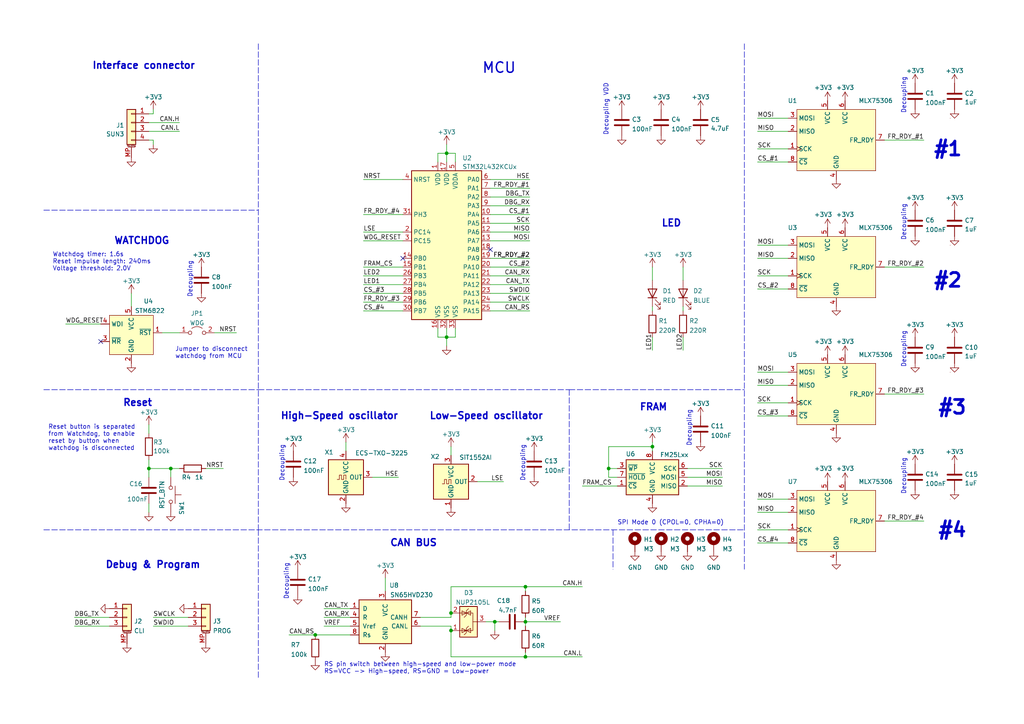
<source format=kicad_sch>
(kicad_sch (version 20211123) (generator eeschema)

  (uuid b4fcae78-0ce7-4618-9b55-3d67c0b38940)

  (paper "A4")

  (title_block
    (title "BUTCube - Sun sensor")
    (date "2022-06-16")
    (rev "v1.0")
    (company "VUT - FIT(STRaDe) & FME(IAE & IPE)")
    (comment 1 "Author: Petr Malaník")
  )

  

  (junction (at 49.53 135.89) (diameter 0.9144) (color 0 0 0 0)
    (uuid 2166c20a-9542-4085-84b6-9de69047d1df)
  )
  (junction (at 143.51 180.34) (diameter 0.9144) (color 0 0 0 0)
    (uuid 21ebb9d0-b53f-4d3f-b5ac-31e756a0cdf9)
  )
  (junction (at 152.4 180.34) (diameter 0.9144) (color 0 0 0 0)
    (uuid 367a2856-1408-4642-b99d-b3362103cd07)
  )
  (junction (at 152.4 170.18) (diameter 0.9144) (color 0 0 0 0)
    (uuid 3811aa65-115c-40a9-b60c-7bf2ab517a02)
  )
  (junction (at 91.44 184.15) (diameter 0.9144) (color 0 0 0 0)
    (uuid 7875bd39-c0f5-41af-872d-3f35561c7767)
  )
  (junction (at 129.54 97.79) (diameter 0) (color 0 0 0 0)
    (uuid 79e72903-e1f3-4e07-a213-184a666c5c67)
  )
  (junction (at 43.18 135.89) (diameter 0.9144) (color 0 0 0 0)
    (uuid a4cda940-217f-456a-a762-dbf9eb29a593)
  )
  (junction (at 129.54 44.45) (diameter 0) (color 0 0 0 0)
    (uuid b9d863e9-ebbf-4a05-a783-b22846b3b62c)
  )
  (junction (at 176.53 135.89) (diameter 0.9144) (color 0 0 0 0)
    (uuid c2d9d22c-ddde-4303-8a79-71ee54a04d72)
  )
  (junction (at 152.4 190.5) (diameter 0.9144) (color 0 0 0 0)
    (uuid c61db8df-ef99-4180-878a-7434547bb1b2)
  )
  (junction (at 130.81 177.8) (diameter 0.9144) (color 0 0 0 0)
    (uuid ce0492fa-83b8-4a8d-a479-bc972cf0d2be)
  )
  (junction (at 130.81 182.88) (diameter 0.9144) (color 0 0 0 0)
    (uuid f674bfee-60f5-458d-bf9e-0dd5f4f1fd05)
  )
  (junction (at 189.23 129.54) (diameter 0) (color 0 0 0 0)
    (uuid fadb4ef1-9f62-4760-8aa8-6a07b61962ef)
  )

  (no_connect (at 29.21 99.06) (uuid 4ce54608-a152-472f-80f5-ee8bb1d12b09))
  (no_connect (at 116.84 74.93) (uuid f97ff230-bd63-4bc1-b04e-78321439648f))
  (no_connect (at 142.24 72.39) (uuid f97ff230-bd63-4bc1-b04e-78321439648f))

  (wire (pts (xy 46.99 96.52) (xy 52.07 96.52))
    (stroke (width 0) (type solid) (color 0 0 0 0))
    (uuid 007dc341-1b48-4a68-995d-0522d68c0a83)
  )
  (polyline (pts (xy 177.8 153.67) (xy 177.8 165.1))
    (stroke (width 0) (type default) (color 0 0 0 0))
    (uuid 02e43bfa-f649-4155-8a39-0f4b2519bdac)
  )

  (wire (pts (xy 129.54 44.45) (xy 129.54 46.99))
    (stroke (width 0) (type default) (color 0 0 0 0))
    (uuid 040e8e2f-20d3-4b1e-aabe-00181f998bf9)
  )
  (wire (pts (xy 142.24 64.77) (xy 153.67 64.77))
    (stroke (width 0) (type default) (color 0 0 0 0))
    (uuid 0d2c835a-50f5-4384-bb51-f407f25d0296)
  )
  (wire (pts (xy 256.54 77.47) (xy 267.97 77.47))
    (stroke (width 0) (type default) (color 0 0 0 0))
    (uuid 120afcd4-ba12-4320-993e-938289e45216)
  )
  (polyline (pts (xy 12.7 153.67) (xy 215.9 153.67))
    (stroke (width 0) (type default) (color 0 0 0 0))
    (uuid 12a2201d-cb63-4086-8e2f-6c9765006d8c)
  )

  (wire (pts (xy 256.54 114.3) (xy 267.97 114.3))
    (stroke (width 0) (type default) (color 0 0 0 0))
    (uuid 13340269-ce5f-4bde-a9a9-93d503504414)
  )
  (wire (pts (xy 219.71 71.12) (xy 228.6 71.12))
    (stroke (width 0) (type default) (color 0 0 0 0))
    (uuid 136b1dab-c68f-4db8-b322-c9362022f30b)
  )
  (wire (pts (xy 219.71 157.48) (xy 228.6 157.48))
    (stroke (width 0) (type default) (color 0 0 0 0))
    (uuid 14099ed6-5e3e-439e-8e08-7c48db6406a2)
  )
  (wire (pts (xy 168.91 140.97) (xy 179.07 140.97))
    (stroke (width 0) (type solid) (color 0 0 0 0))
    (uuid 196553b3-d647-4a43-85a3-ffd82249aae3)
  )
  (wire (pts (xy 129.54 97.79) (xy 129.54 100.33))
    (stroke (width 0) (type default) (color 0 0 0 0))
    (uuid 1df42766-9c76-41dd-a70c-f29b54410745)
  )
  (wire (pts (xy 152.4 170.18) (xy 130.81 170.18))
    (stroke (width 0) (type solid) (color 0 0 0 0))
    (uuid 1e678f65-0de3-49a8-97cf-cd9c00e42f3e)
  )
  (wire (pts (xy 59.69 135.89) (xy 64.77 135.89))
    (stroke (width 0) (type solid) (color 0 0 0 0))
    (uuid 1ef1b1ef-8319-4552-81f3-8bb798b82e77)
  )
  (wire (pts (xy 111.76 167.64) (xy 111.76 171.45))
    (stroke (width 0) (type solid) (color 0 0 0 0))
    (uuid 26099b6c-7bd1-4392-82e0-f3e83e68bece)
  )
  (wire (pts (xy 52.07 35.56) (xy 43.18 35.56))
    (stroke (width 0) (type default) (color 0 0 0 0))
    (uuid 262ff903-8a14-42ae-9ac2-aa82f5e97865)
  )
  (wire (pts (xy 116.84 62.23) (xy 105.41 62.23))
    (stroke (width 0) (type default) (color 0 0 0 0))
    (uuid 27576e76-fe82-4004-a867-02abaacc40c5)
  )
  (wire (pts (xy 152.4 189.23) (xy 152.4 190.5))
    (stroke (width 0) (type solid) (color 0 0 0 0))
    (uuid 293d2d9d-c1a1-42da-8cb2-42432929ef24)
  )
  (wire (pts (xy 130.81 170.18) (xy 130.81 177.8))
    (stroke (width 0) (type solid) (color 0 0 0 0))
    (uuid 29ffad82-942b-4c90-801a-871b5045dbb5)
  )
  (wire (pts (xy 209.55 135.89) (xy 199.39 135.89))
    (stroke (width 0) (type solid) (color 0 0 0 0))
    (uuid 2e42bf85-7d55-4049-ac85-4b345283fb60)
  )
  (wire (pts (xy 132.08 97.79) (xy 132.08 95.25))
    (stroke (width 0) (type default) (color 0 0 0 0))
    (uuid 2ec7ccc0-41d0-4fce-a9df-dbaf803e0119)
  )
  (wire (pts (xy 100.33 128.27) (xy 100.33 130.81))
    (stroke (width 0) (type default) (color 0 0 0 0))
    (uuid 2ed7c898-f775-4730-80e4-2d43b9a3390c)
  )
  (wire (pts (xy 132.08 46.99) (xy 132.08 44.45))
    (stroke (width 0) (type default) (color 0 0 0 0))
    (uuid 33eb5698-a64b-4c9e-9902-1bdc2af7227d)
  )
  (wire (pts (xy 54.61 181.61) (xy 44.45 181.61))
    (stroke (width 0) (type solid) (color 0 0 0 0))
    (uuid 3420bcfa-5381-426f-93f2-fca8d880080a)
  )
  (wire (pts (xy 219.71 116.84) (xy 228.6 116.84))
    (stroke (width 0) (type default) (color 0 0 0 0))
    (uuid 36686cd1-7543-4eb1-bf5a-42705f12cd64)
  )
  (wire (pts (xy 189.23 88.9) (xy 189.23 90.17))
    (stroke (width 0) (type solid) (color 0 0 0 0))
    (uuid 3c86a779-0876-4312-9637-b2fb4af11576)
  )
  (wire (pts (xy 105.41 67.31) (xy 116.84 67.31))
    (stroke (width 0) (type default) (color 0 0 0 0))
    (uuid 3d9df9cc-f374-4312-b626-61cc6a652bb1)
  )
  (wire (pts (xy 44.45 41.91) (xy 44.45 40.64))
    (stroke (width 0) (type default) (color 0 0 0 0))
    (uuid 3e20ad60-9938-4f63-941d-713be235f826)
  )
  (polyline (pts (xy 74.93 153.67) (xy 74.93 196.85))
    (stroke (width 0) (type default) (color 0 0 0 0))
    (uuid 3f9760d4-db4c-4158-9e35-fcc278f03901)
  )

  (wire (pts (xy 127 97.79) (xy 129.54 97.79))
    (stroke (width 0) (type default) (color 0 0 0 0))
    (uuid 400e5a8d-3ea9-440e-963e-978247522158)
  )
  (wire (pts (xy 142.24 69.85) (xy 153.67 69.85))
    (stroke (width 0) (type default) (color 0 0 0 0))
    (uuid 403c3294-3bf5-4c65-94dd-ae1574634a6f)
  )
  (wire (pts (xy 52.07 38.1) (xy 43.18 38.1))
    (stroke (width 0) (type default) (color 0 0 0 0))
    (uuid 40888287-44f0-45e5-ba83-36c36be92cf8)
  )
  (wire (pts (xy 198.12 88.9) (xy 198.12 90.17))
    (stroke (width 0) (type solid) (color 0 0 0 0))
    (uuid 4212d35b-c849-439a-8cee-15e3e836bf67)
  )
  (wire (pts (xy 130.81 181.61) (xy 130.81 182.88))
    (stroke (width 0) (type solid) (color 0 0 0 0))
    (uuid 42572e5d-f767-40a3-ba94-6ef68ea0956a)
  )
  (polyline (pts (xy 12.7 113.03) (xy 74.93 113.03))
    (stroke (width 0) (type default) (color 0 0 0 0))
    (uuid 46ea6cb6-b4f7-48ca-9b41-34167b22560a)
  )

  (wire (pts (xy 107.95 138.43) (xy 115.57 138.43))
    (stroke (width 0) (type solid) (color 0 0 0 0))
    (uuid 47547908-a2f7-43b9-9e0c-4f1b67ce8657)
  )
  (wire (pts (xy 142.24 80.01) (xy 153.67 80.01))
    (stroke (width 0) (type default) (color 0 0 0 0))
    (uuid 4a34ed79-39da-41ca-b801-bbadcfa588af)
  )
  (wire (pts (xy 142.24 74.93) (xy 153.67 74.93))
    (stroke (width 0) (type default) (color 0 0 0 0))
    (uuid 4d095641-f77f-4912-9cdd-78610108be2a)
  )
  (wire (pts (xy 116.84 87.63) (xy 105.41 87.63))
    (stroke (width 0) (type default) (color 0 0 0 0))
    (uuid 4eabba9d-e349-4707-b9da-860a0420e3e7)
  )
  (wire (pts (xy 130.81 179.07) (xy 130.81 177.8))
    (stroke (width 0) (type solid) (color 0 0 0 0))
    (uuid 4ed93096-3d6b-4129-8940-501a7601ae7e)
  )
  (wire (pts (xy 198.12 77.47) (xy 198.12 81.28))
    (stroke (width 0) (type default) (color 0 0 0 0))
    (uuid 4f39de77-09a2-4f90-ae9e-40639a7c80ef)
  )
  (wire (pts (xy 209.55 138.43) (xy 199.39 138.43))
    (stroke (width 0) (type solid) (color 0 0 0 0))
    (uuid 4fbbce08-bc99-495d-a696-edd87d67eaab)
  )
  (wire (pts (xy 105.41 85.09) (xy 116.84 85.09))
    (stroke (width 0) (type default) (color 0 0 0 0))
    (uuid 506df6ca-a0be-4c7f-98c6-c89c782d115d)
  )
  (wire (pts (xy 153.67 57.15) (xy 142.24 57.15))
    (stroke (width 0) (type default) (color 0 0 0 0))
    (uuid 51fb370b-8509-4585-b464-9caed5ef3ffa)
  )
  (wire (pts (xy 105.41 77.47) (xy 116.84 77.47))
    (stroke (width 0) (type default) (color 0 0 0 0))
    (uuid 55669d55-ff64-4a36-9f2c-ce26f2e34673)
  )
  (wire (pts (xy 44.45 40.64) (xy 43.18 40.64))
    (stroke (width 0) (type default) (color 0 0 0 0))
    (uuid 55b9ac18-c42c-49b2-85a0-ff47d4c950ec)
  )
  (wire (pts (xy 152.4 190.5) (xy 168.91 190.5))
    (stroke (width 0) (type solid) (color 0 0 0 0))
    (uuid 56c02acf-781b-4a9b-8751-69aea35dd7d3)
  )
  (wire (pts (xy 219.71 148.59) (xy 228.6 148.59))
    (stroke (width 0) (type default) (color 0 0 0 0))
    (uuid 5713f6ff-1c2e-48aa-a42a-d3482b073c3a)
  )
  (wire (pts (xy 219.71 38.1) (xy 228.6 38.1))
    (stroke (width 0) (type default) (color 0 0 0 0))
    (uuid 5be2778b-ebbf-46d6-a57d-911f828e5c58)
  )
  (wire (pts (xy 31.75 179.07) (xy 21.59 179.07))
    (stroke (width 0) (type solid) (color 0 0 0 0))
    (uuid 5f9b7ae6-f941-4f22-b4e7-74d0f602c49f)
  )
  (wire (pts (xy 138.43 139.7) (xy 146.05 139.7))
    (stroke (width 0) (type solid) (color 0 0 0 0))
    (uuid 62228e95-53df-4a2f-96a0-444d4fe4013d)
  )
  (wire (pts (xy 219.71 74.93) (xy 228.6 74.93))
    (stroke (width 0) (type default) (color 0 0 0 0))
    (uuid 63b28307-69cc-4000-9fcd-53cba6f11844)
  )
  (polyline (pts (xy 165.1 113.03) (xy 215.9 113.03))
    (stroke (width 0) (type default) (color 0 0 0 0))
    (uuid 692bdfe0-3a9d-4841-8706-5a2044b25ab0)
  )
  (polyline (pts (xy 74.93 12.7) (xy 74.93 153.67))
    (stroke (width 0) (type default) (color 0 0 0 0))
    (uuid 6baa7a03-251d-41dc-89dd-a997a267d37e)
  )

  (wire (pts (xy 116.84 82.55) (xy 105.41 82.55))
    (stroke (width 0) (type default) (color 0 0 0 0))
    (uuid 6db012ae-c60a-4d0f-9b17-0e79b05650e1)
  )
  (wire (pts (xy 116.84 80.01) (xy 105.41 80.01))
    (stroke (width 0) (type default) (color 0 0 0 0))
    (uuid 718d5df1-7a98-44b1-ac7c-4a744f17dbe3)
  )
  (wire (pts (xy 219.71 144.78) (xy 228.6 144.78))
    (stroke (width 0) (type default) (color 0 0 0 0))
    (uuid 7475c6ff-7a7a-4157-9670-dbc384c0dd57)
  )
  (wire (pts (xy 152.4 179.07) (xy 152.4 180.34))
    (stroke (width 0) (type solid) (color 0 0 0 0))
    (uuid 762d44e4-7cb4-406a-9425-19a166067b18)
  )
  (wire (pts (xy 127 95.25) (xy 127 97.79))
    (stroke (width 0) (type default) (color 0 0 0 0))
    (uuid 791cf188-9978-45b6-8647-46148a825223)
  )
  (wire (pts (xy 189.23 128.27) (xy 189.23 129.54))
    (stroke (width 0) (type default) (color 0 0 0 0))
    (uuid 79cf2c3a-2595-4fad-bd53-7ffa68090f4b)
  )
  (wire (pts (xy 142.24 54.61) (xy 153.67 54.61))
    (stroke (width 0) (type default) (color 0 0 0 0))
    (uuid 7ab13372-71f2-4a64-8960-bc1d2c68fa51)
  )
  (wire (pts (xy 143.51 180.34) (xy 143.51 182.88))
    (stroke (width 0) (type solid) (color 0 0 0 0))
    (uuid 7aed6b29-057c-43df-95b7-6a7d64c59480)
  )
  (wire (pts (xy 121.92 181.61) (xy 130.81 181.61))
    (stroke (width 0) (type solid) (color 0 0 0 0))
    (uuid 7d0643c7-ae58-40ff-baf3-c828765fd7a9)
  )
  (wire (pts (xy 93.98 176.53) (xy 101.6 176.53))
    (stroke (width 0) (type solid) (color 0 0 0 0))
    (uuid 7efda7bd-f29b-435d-b9a1-0ddffcd4b946)
  )
  (wire (pts (xy 142.24 52.07) (xy 153.67 52.07))
    (stroke (width 0) (type default) (color 0 0 0 0))
    (uuid 85150e95-6327-447e-9c78-5d321ab7840b)
  )
  (wire (pts (xy 127 44.45) (xy 127 46.99))
    (stroke (width 0) (type default) (color 0 0 0 0))
    (uuid 85e9c9fe-9336-4a5d-988d-716b837eef1e)
  )
  (wire (pts (xy 83.82 184.15) (xy 91.44 184.15))
    (stroke (width 0) (type solid) (color 0 0 0 0))
    (uuid 862376ef-45ce-4c02-bd8c-310087d1052e)
  )
  (wire (pts (xy 189.23 77.47) (xy 189.23 81.28))
    (stroke (width 0) (type default) (color 0 0 0 0))
    (uuid 87bee380-c368-4fd0-aaba-2fd27af32885)
  )
  (wire (pts (xy 49.53 135.89) (xy 52.07 135.89))
    (stroke (width 0) (type solid) (color 0 0 0 0))
    (uuid 882f67c2-ebd4-4a4c-be63-5c596f8bd6d4)
  )
  (wire (pts (xy 105.41 69.85) (xy 116.84 69.85))
    (stroke (width 0) (type default) (color 0 0 0 0))
    (uuid 89b2912c-58a0-435c-90e9-20093d495b33)
  )
  (wire (pts (xy 142.24 67.31) (xy 153.67 67.31))
    (stroke (width 0) (type default) (color 0 0 0 0))
    (uuid 8b52b5e4-165e-440f-8006-36bd89cbca8b)
  )
  (wire (pts (xy 130.81 182.88) (xy 130.81 190.5))
    (stroke (width 0) (type solid) (color 0 0 0 0))
    (uuid 8d574a2e-c084-4bd4-b51d-d6757e4c1298)
  )
  (wire (pts (xy 49.53 135.89) (xy 49.53 138.43))
    (stroke (width 0) (type solid) (color 0 0 0 0))
    (uuid 8d5ffaf9-796e-4a13-ac73-0a50be347d31)
  )
  (wire (pts (xy 142.24 82.55) (xy 153.67 82.55))
    (stroke (width 0) (type default) (color 0 0 0 0))
    (uuid 908bff29-5578-4a21-aca8-b091e18a3981)
  )
  (wire (pts (xy 176.53 138.43) (xy 176.53 135.89))
    (stroke (width 0) (type solid) (color 0 0 0 0))
    (uuid 90e74e86-6a5c-45a9-9c48-a8b9697edf5c)
  )
  (wire (pts (xy 93.98 179.07) (xy 101.6 179.07))
    (stroke (width 0) (type solid) (color 0 0 0 0))
    (uuid 91278efe-f2b2-472c-b2cb-441bc87e0238)
  )
  (wire (pts (xy 152.4 170.18) (xy 152.4 171.45))
    (stroke (width 0) (type solid) (color 0 0 0 0))
    (uuid 93646202-68a0-4c0e-9d54-34568d6855e3)
  )
  (wire (pts (xy 121.92 179.07) (xy 130.81 179.07))
    (stroke (width 0) (type solid) (color 0 0 0 0))
    (uuid 95864ee6-12a1-4c9d-a085-0282b27d79c9)
  )
  (wire (pts (xy 31.75 181.61) (xy 21.59 181.61))
    (stroke (width 0) (type solid) (color 0 0 0 0))
    (uuid 9724c664-248c-44b2-8ed2-72ceea5cde46)
  )
  (wire (pts (xy 129.54 41.91) (xy 129.54 44.45))
    (stroke (width 0) (type default) (color 0 0 0 0))
    (uuid 9730909b-b561-4f32-992c-4be576084c21)
  )
  (wire (pts (xy 152.4 190.5) (xy 130.81 190.5))
    (stroke (width 0) (type solid) (color 0 0 0 0))
    (uuid 980215c3-db8e-4ad1-86ee-bc9a9e3042a4)
  )
  (wire (pts (xy 219.71 153.67) (xy 228.6 153.67))
    (stroke (width 0) (type default) (color 0 0 0 0))
    (uuid 9883db0d-15cf-4e56-a7a7-a62195aaf55e)
  )
  (wire (pts (xy 43.18 146.05) (xy 43.18 148.59))
    (stroke (width 0) (type solid) (color 0 0 0 0))
    (uuid 98e97c70-7a61-4f95-8b43-c91f6c03902e)
  )
  (wire (pts (xy 43.18 33.02) (xy 44.45 33.02))
    (stroke (width 0) (type default) (color 0 0 0 0))
    (uuid 9c0e6e0c-bee1-4db1-808e-29e7cc6b58f9)
  )
  (wire (pts (xy 209.55 140.97) (xy 199.39 140.97))
    (stroke (width 0) (type solid) (color 0 0 0 0))
    (uuid 9cb521fe-cda0-46f3-8c24-ca53caa4b411)
  )
  (wire (pts (xy 153.67 90.17) (xy 142.24 90.17))
    (stroke (width 0) (type default) (color 0 0 0 0))
    (uuid 9d992003-d903-45a8-bc97-58e21a9f71e7)
  )
  (polyline (pts (xy 74.93 113.03) (xy 165.1 113.03))
    (stroke (width 0) (type default) (color 0 0 0 0))
    (uuid a16ca420-722b-4c43-b14b-981dc04269e9)
  )

  (wire (pts (xy 219.71 34.29) (xy 228.6 34.29))
    (stroke (width 0) (type default) (color 0 0 0 0))
    (uuid a44d5fc4-55db-48d4-94fb-6fefa0ab55d8)
  )
  (wire (pts (xy 105.41 90.17) (xy 116.84 90.17))
    (stroke (width 0) (type default) (color 0 0 0 0))
    (uuid a4d370f0-2994-4b3f-a895-76893d61d332)
  )
  (wire (pts (xy 219.71 83.82) (xy 228.6 83.82))
    (stroke (width 0) (type default) (color 0 0 0 0))
    (uuid a6a18807-e010-4534-95b6-4621b7e66fd0)
  )
  (wire (pts (xy 129.54 44.45) (xy 127 44.45))
    (stroke (width 0) (type default) (color 0 0 0 0))
    (uuid a6d71e07-e67b-495d-98df-bb146b37693c)
  )
  (polyline (pts (xy 12.7 60.96) (xy 74.93 60.96))
    (stroke (width 0) (type default) (color 0 0 0 0))
    (uuid a9e4c2f6-188a-4b30-b256-cda74465182a)
  )

  (wire (pts (xy 142.24 85.09) (xy 153.67 85.09))
    (stroke (width 0) (type default) (color 0 0 0 0))
    (uuid aa379dc4-5444-4dab-bc40-364a920baaaf)
  )
  (wire (pts (xy 219.71 120.65) (xy 228.6 120.65))
    (stroke (width 0) (type default) (color 0 0 0 0))
    (uuid ac60da81-c77f-4e66-81e2-4438d536edc3)
  )
  (wire (pts (xy 153.67 59.69) (xy 142.24 59.69))
    (stroke (width 0) (type default) (color 0 0 0 0))
    (uuid b04b032f-5a49-4dd7-a8d8-9a6b55d32f0f)
  )
  (wire (pts (xy 43.18 123.19) (xy 43.18 125.73))
    (stroke (width 0) (type default) (color 0 0 0 0))
    (uuid b06cf753-a95c-4cb6-bcd5-fe4166efacf5)
  )
  (wire (pts (xy 152.4 181.61) (xy 152.4 180.34))
    (stroke (width 0) (type solid) (color 0 0 0 0))
    (uuid b18c3054-655a-4e79-b947-560f6b1b0888)
  )
  (wire (pts (xy 256.54 151.13) (xy 267.97 151.13))
    (stroke (width 0) (type default) (color 0 0 0 0))
    (uuid b1d07f3e-7649-4228-bbe1-971cf887d60a)
  )
  (polyline (pts (xy 215.9 12.7) (xy 215.9 165.1))
    (stroke (width 0) (type default) (color 0 0 0 0))
    (uuid b2310345-87c3-44b0-a316-807114e15961)
  )

  (wire (pts (xy 142.24 87.63) (xy 153.67 87.63))
    (stroke (width 0) (type default) (color 0 0 0 0))
    (uuid b5eaba53-ec41-40e0-8733-4ac01e6999e3)
  )
  (wire (pts (xy 176.53 135.89) (xy 179.07 135.89))
    (stroke (width 0) (type solid) (color 0 0 0 0))
    (uuid b717a2aa-3246-4eda-b2ab-4c6928cee238)
  )
  (wire (pts (xy 140.97 180.34) (xy 143.51 180.34))
    (stroke (width 0) (type solid) (color 0 0 0 0))
    (uuid b9a96e97-0961-4186-8aaa-6a4a1d13617a)
  )
  (wire (pts (xy 43.18 133.35) (xy 43.18 135.89))
    (stroke (width 0) (type solid) (color 0 0 0 0))
    (uuid c73e607b-7782-4bb4-9901-6e7dedce3b81)
  )
  (wire (pts (xy 105.41 52.07) (xy 116.84 52.07))
    (stroke (width 0) (type default) (color 0 0 0 0))
    (uuid c975d3f2-9d67-45a5-8040-41eb874bb4d6)
  )
  (wire (pts (xy 189.23 129.54) (xy 189.23 130.81))
    (stroke (width 0) (type solid) (color 0 0 0 0))
    (uuid c9dd5459-94eb-493d-9e73-41d3b3f2ec70)
  )
  (wire (pts (xy 62.23 96.52) (xy 68.58 96.52))
    (stroke (width 0) (type solid) (color 0 0 0 0))
    (uuid ce4d341d-f3a7-4f3a-b172-4630ffa469df)
  )
  (wire (pts (xy 198.12 97.79) (xy 198.12 101.6))
    (stroke (width 0) (type solid) (color 0 0 0 0))
    (uuid d1985cc0-2042-431e-bb02-d920987052a3)
  )
  (wire (pts (xy 54.61 179.07) (xy 44.45 179.07))
    (stroke (width 0) (type solid) (color 0 0 0 0))
    (uuid d19f43a4-2efc-4b19-b7ed-39218202e3a7)
  )
  (wire (pts (xy 219.71 80.01) (xy 228.6 80.01))
    (stroke (width 0) (type default) (color 0 0 0 0))
    (uuid d2477d8d-819d-4c6e-90a4-d720e4642090)
  )
  (wire (pts (xy 176.53 129.54) (xy 189.23 129.54))
    (stroke (width 0) (type solid) (color 0 0 0 0))
    (uuid d5102239-5237-4c99-8926-4cb6375531d8)
  )
  (wire (pts (xy 19.05 93.98) (xy 29.21 93.98))
    (stroke (width 0) (type solid) (color 0 0 0 0))
    (uuid d6bf0820-4f4e-46d0-87d4-8f4ccf50fb5c)
  )
  (wire (pts (xy 219.71 111.76) (xy 228.6 111.76))
    (stroke (width 0) (type default) (color 0 0 0 0))
    (uuid d70bcce3-611b-4d43-b38b-ba612717000e)
  )
  (wire (pts (xy 43.18 135.89) (xy 49.53 135.89))
    (stroke (width 0) (type solid) (color 0 0 0 0))
    (uuid d71e7e58-1185-4144-accb-cef9a5a2bb7a)
  )
  (wire (pts (xy 153.67 62.23) (xy 142.24 62.23))
    (stroke (width 0) (type default) (color 0 0 0 0))
    (uuid d7bd0ed4-8f9e-479f-a1bb-179c0d293ac5)
  )
  (wire (pts (xy 44.45 31.75) (xy 44.45 33.02))
    (stroke (width 0) (type default) (color 0 0 0 0))
    (uuid d88ea2c7-d362-40c7-a9ac-77962e86d733)
  )
  (wire (pts (xy 176.53 135.89) (xy 176.53 129.54))
    (stroke (width 0) (type solid) (color 0 0 0 0))
    (uuid d8938ca8-5dd5-4379-a2a9-448f1e68a474)
  )
  (polyline (pts (xy 165.1 113.03) (xy 165.1 153.67))
    (stroke (width 0) (type default) (color 0 0 0 0))
    (uuid d9eb9b8c-3fbb-4cdb-aa0a-3c13a8addfe9)
  )

  (wire (pts (xy 219.71 46.99) (xy 228.6 46.99))
    (stroke (width 0) (type default) (color 0 0 0 0))
    (uuid db56caf2-8d98-4f84-b642-69a228c1c3b5)
  )
  (wire (pts (xy 189.23 97.79) (xy 189.23 101.6))
    (stroke (width 0) (type solid) (color 0 0 0 0))
    (uuid de5f50a1-1c65-48cf-9246-619b2afa6839)
  )
  (wire (pts (xy 152.4 180.34) (xy 162.56 180.34))
    (stroke (width 0) (type solid) (color 0 0 0 0))
    (uuid e004f7a8-2062-4dd1-8474-5ed00ca7ef87)
  )
  (wire (pts (xy 132.08 44.45) (xy 129.54 44.45))
    (stroke (width 0) (type default) (color 0 0 0 0))
    (uuid e1d0b359-4bfa-48c4-b879-8c0611ab3031)
  )
  (wire (pts (xy 93.98 181.61) (xy 101.6 181.61))
    (stroke (width 0) (type solid) (color 0 0 0 0))
    (uuid e42a6b2c-5c07-4eff-b303-4ccf482bd6d6)
  )
  (wire (pts (xy 143.51 180.34) (xy 144.78 180.34))
    (stroke (width 0) (type solid) (color 0 0 0 0))
    (uuid e51f51e8-6fe6-4bd6-a3ad-1f547ca07b80)
  )
  (wire (pts (xy 91.44 184.15) (xy 101.6 184.15))
    (stroke (width 0) (type solid) (color 0 0 0 0))
    (uuid e614d2ea-9e9f-4571-b3d6-0b924d4fd670)
  )
  (wire (pts (xy 256.54 40.64) (xy 267.97 40.64))
    (stroke (width 0) (type default) (color 0 0 0 0))
    (uuid e76899d1-4fa7-43f1-a9e2-120535b40d6f)
  )
  (wire (pts (xy 130.81 129.54) (xy 130.81 132.08))
    (stroke (width 0) (type default) (color 0 0 0 0))
    (uuid e8778d7c-e004-4121-862a-43d47d8ced16)
  )
  (wire (pts (xy 38.1 85.09) (xy 38.1 88.9))
    (stroke (width 0) (type solid) (color 0 0 0 0))
    (uuid e9366437-d303-46b6-b6ce-33f438173eb4)
  )
  (wire (pts (xy 219.71 43.18) (xy 228.6 43.18))
    (stroke (width 0) (type default) (color 0 0 0 0))
    (uuid ebee96d8-82bc-4290-9e80-af01158b587c)
  )
  (wire (pts (xy 129.54 97.79) (xy 132.08 97.79))
    (stroke (width 0) (type default) (color 0 0 0 0))
    (uuid ec85167d-d946-4ce0-8e48-9c46f703ab41)
  )
  (wire (pts (xy 179.07 138.43) (xy 176.53 138.43))
    (stroke (width 0) (type solid) (color 0 0 0 0))
    (uuid f1acec3a-9089-4357-a0cd-3ad2be33f29a)
  )
  (wire (pts (xy 219.71 107.95) (xy 228.6 107.95))
    (stroke (width 0) (type default) (color 0 0 0 0))
    (uuid f5ae41c3-d997-4be9-8385-8c3b6fe337e7)
  )
  (wire (pts (xy 43.18 135.89) (xy 43.18 138.43))
    (stroke (width 0) (type solid) (color 0 0 0 0))
    (uuid f6a46741-24b8-44cf-9a9f-7e08d8500e2d)
  )
  (wire (pts (xy 129.54 95.25) (xy 129.54 97.79))
    (stroke (width 0) (type default) (color 0 0 0 0))
    (uuid f8046aa0-e1af-4c1e-9016-567ddcdb1c58)
  )
  (wire (pts (xy 152.4 170.18) (xy 168.91 170.18))
    (stroke (width 0) (type solid) (color 0 0 0 0))
    (uuid f970dad6-22dc-42d3-9f0d-e30eee2d4d93)
  )
  (wire (pts (xy 153.67 77.47) (xy 142.24 77.47))
    (stroke (width 0) (type default) (color 0 0 0 0))
    (uuid fc73d1f2-2dc8-4e46-beb4-bdee2ef8188c)
  )

  (text "Watchdog timer: 1.6s\nReset impulse length: 240ms\nVoltage threshold: 2.0V"
    (at 15.24 78.74 0)
    (effects (font (size 1.27 1.27)) (justify left bottom))
    (uuid 00bf4822-8bd8-47b3-8f09-601682223304)
  )
  (text "Decoupling" (at 83.82 173.99 90)
    (effects (font (size 1.27 1.27)) (justify left bottom))
    (uuid 04c66c65-c17f-4ef1-9527-40dfa71256c2)
  )
  (text "Decoupling" (at 262.89 143.51 90)
    (effects (font (size 1.27 1.27)) (justify left bottom))
    (uuid 2042c489-b3aa-48be-979c-b60599fd8dfe)
  )
  (text "WATCHDOG" (at 33.02 71.12 0)
    (effects (font (size 2 2) (thickness 0.4) bold) (justify left bottom))
    (uuid 2406d068-5782-431d-bf8f-dfbd13090d59)
  )
  (text "Reset button is separated\nfrom Watchdog, to enable\nreset by button when\nwatchdog is disconnected"
    (at 13.97 130.81 0)
    (effects (font (size 1.27 1.27)) (justify left bottom))
    (uuid 32f93dc6-a9ac-4172-a507-a12bfe8eeb5a)
  )
  (text "Reset" (at 35.56 118.11 0)
    (effects (font (size 2 2) (thickness 0.4) bold) (justify left bottom))
    (uuid 39985508-845b-42d1-8453-9a6b4efcebc2)
  )
  (text "Interface connector" (at 26.67 20.32 0)
    (effects (font (size 2 2) (thickness 0.4) bold) (justify left bottom))
    (uuid 4aeb7d21-4d9a-4fbe-bfe5-570483bfde4c)
  )
  (text "Decoupling VDD" (at 176.53 39.37 90)
    (effects (font (size 1.27 1.27)) (justify left bottom))
    (uuid 4f70ac20-3644-437d-bc07-2ab0ea06a259)
  )
  (text "Decoupling" (at 82.55 139.7 90)
    (effects (font (size 1.27 1.27)) (justify left bottom))
    (uuid 54c7ca7f-6276-4eac-b90a-eccd87c9d931)
  )
  (text "Debug & Program" (at 30.48 165.1 0)
    (effects (font (size 2 2) (thickness 0.4) bold) (justify left bottom))
    (uuid 54f91dfb-f4dd-410c-9c59-050a796d725f)
  )
  (text "Jumper to disconnect\nwatchdog from MCU" (at 50.8 104.14 0)
    (effects (font (size 1.27 1.27)) (justify left bottom))
    (uuid 6455a82b-4dec-4a3c-bac3-5fcc64775bf6)
  )
  (text "CAN BUS" (at 113.03 158.75 0)
    (effects (font (size 2 2) (thickness 0.4) bold) (justify left bottom))
    (uuid 7d16b607-fee9-4954-96a7-42e8f7cae7b9)
  )
  (text "Decoupling" (at 200.66 129.54 90)
    (effects (font (size 1.27 1.27)) (justify left bottom))
    (uuid 864dd0c9-8aa0-4013-9dc9-d326026dccc2)
  )
  (text "Decoupling" (at 262.89 69.85 90)
    (effects (font (size 1.27 1.27)) (justify left bottom))
    (uuid 8752db49-8022-412a-9a22-f51e48165b58)
  )
  (text "#2" (at 270.51 83.82 0)
    (effects (font (size 4 4) (thickness 0.8) bold) (justify left bottom))
    (uuid 92654e43-d96a-4351-9afa-11026ead5ddf)
  )
  (text "Decoupling" (at 55.88 86.36 90)
    (effects (font (size 1.27 1.27)) (justify left bottom))
    (uuid 943942c4-921a-4387-9984-01953043d1db)
  )
  (text "Decoupling" (at 152.4 139.7 90)
    (effects (font (size 1.27 1.27)) (justify left bottom))
    (uuid 9a4515f5-c3eb-414e-8c81-5cdbc2d14eef)
  )
  (text "RS pin switch between high-speed and low-power mode\nRS=VCC -> High-speed, RS=GND = Low-power"
    (at 93.98 195.58 0)
    (effects (font (size 1.27 1.27)) (justify left bottom))
    (uuid 9bc3a375-41ae-43b7-a02a-feb52aaeef8f)
  )
  (text "Low-Speed oscillator" (at 124.46 121.92 0)
    (effects (font (size 2 2) (thickness 0.4) bold) (justify left bottom))
    (uuid a2d014c0-842a-418c-9dda-1321cde9c24b)
  )
  (text "FRAM" (at 185.42 119.38 0)
    (effects (font (size 2 2) (thickness 0.4) bold) (justify left bottom))
    (uuid be07be7f-6aff-403c-bc45-1831fd31cd55)
  )
  (text "#1" (at 270.51 45.72 0)
    (effects (font (size 4 4) (thickness 0.8) bold) (justify left bottom))
    (uuid c16e2c01-fe0b-4290-a6b5-a7beb6bff911)
  )
  (text "Decoupling" (at 262.89 33.02 90)
    (effects (font (size 1.27 1.27)) (justify left bottom))
    (uuid c4e0f5ef-5a40-4e58-a3d4-be7578af34b3)
  )
  (text "SPI Mode 0 (CPOL=0, CPHA=0)" (at 179.07 152.4 0)
    (effects (font (size 1.27 1.27)) (justify left bottom))
    (uuid c9ffb095-90bd-48d5-8ea8-6927b079c3fa)
  )
  (text "#4\n" (at 271.78 156.21 0)
    (effects (font (size 4 4) (thickness 0.8) bold) (justify left bottom))
    (uuid dcfa5a2d-fc71-471a-be68-62df11d8429d)
  )
  (text "High-Speed oscillator" (at 81.28 121.92 0)
    (effects (font (size 2 2) (thickness 0.4) bold) (justify left bottom))
    (uuid dd73e156-e0d8-43d9-ac8e-a79a72ca0e9d)
  )
  (text "Decoupling" (at 262.89 106.68 90)
    (effects (font (size 1.27 1.27)) (justify left bottom))
    (uuid ddf9825a-dd70-4e05-8f84-a04e2577b7d6)
  )
  (text "LED" (at 191.77 66.04 0)
    (effects (font (size 2 2) (thickness 0.4) bold) (justify left bottom))
    (uuid de961b17-858a-4c6c-b00c-3823521c8745)
  )
  (text "#3" (at 271.78 120.65 0)
    (effects (font (size 4 4) (thickness 0.8) bold) (justify left bottom))
    (uuid e4b8ea04-3f8f-4a03-ac6e-9fd925b96f66)
  )
  (text "MCU" (at 139.7 21.59 0)
    (effects (font (size 3 3) (thickness 0.4) bold) (justify left bottom))
    (uuid fc02f56b-d5c0-4740-bcaf-0e1ceb013dbb)
  )

  (label "SWCLK" (at 153.67 87.63 180)
    (effects (font (size 1.27 1.27)) (justify right bottom))
    (uuid 00eb83fa-b76d-4cc4-a743-f0c8fddaae93)
  )
  (label "CS_#4" (at 105.41 90.17 0)
    (effects (font (size 1.27 1.27)) (justify left bottom))
    (uuid 02e631b9-7b79-4e95-a747-604b4b620b5b)
  )
  (label "CAN_RS" (at 83.82 184.15 0)
    (effects (font (size 1.27 1.27)) (justify left bottom))
    (uuid 04e85d4d-a3b0-4506-89eb-6ef65ea831f7)
  )
  (label "MOSI" (at 219.71 144.78 0)
    (effects (font (size 1.27 1.27)) (justify left bottom))
    (uuid 083e9367-4455-40da-8a4a-81ace79c2b60)
  )
  (label "LED1" (at 105.41 82.55 0)
    (effects (font (size 1.27 1.27)) (justify left bottom))
    (uuid 08f85828-4317-4179-9caf-36f1fc6b36f9)
  )
  (label "MOSI" (at 219.71 34.29 0)
    (effects (font (size 1.27 1.27)) (justify left bottom))
    (uuid 0d782572-a339-4998-b0f6-374433cb5fd1)
  )
  (label "SWCLK" (at 44.45 179.07 0)
    (effects (font (size 1.27 1.27)) (justify left bottom))
    (uuid 0d99109f-dda5-48a9-8e5a-4368e90419b2)
  )
  (label "WDG_RESET" (at 105.41 69.85 0)
    (effects (font (size 1.27 1.27)) (justify left bottom))
    (uuid 0e14b155-c2ef-4da6-8b04-f2ab6334bb37)
  )
  (label "CS_#4" (at 219.71 157.48 0)
    (effects (font (size 1.27 1.27)) (justify left bottom))
    (uuid 151b1660-4573-4117-89e0-44f6d72705ce)
  )
  (label "MISO" (at 153.67 67.31 180)
    (effects (font (size 1.27 1.27)) (justify right bottom))
    (uuid 1684ece7-6be4-4ed4-ad9b-c845e64e3e57)
  )
  (label "FR_RDY_#4" (at 105.41 62.23 0)
    (effects (font (size 1.27 1.27)) (justify left bottom))
    (uuid 169aba0f-5bc5-4ca3-b949-f619c715e4ba)
  )
  (label "LED2" (at 105.41 80.01 0)
    (effects (font (size 1.27 1.27)) (justify left bottom))
    (uuid 1bf4b53d-fc4c-4e89-9121-f09bd0c29b7a)
  )
  (label "CAN.H" (at 168.91 170.18 180)
    (effects (font (size 1.27 1.27)) (justify right bottom))
    (uuid 1de0dde8-3664-410c-9024-2e96da6c7d4b)
  )
  (label "CAN_RX" (at 153.67 80.01 180)
    (effects (font (size 1.27 1.27)) (justify right bottom))
    (uuid 1f29dd5e-74f6-47d8-8863-286116ca676b)
  )
  (label "CS_#2" (at 153.67 77.47 180)
    (effects (font (size 1.27 1.27)) (justify right bottom))
    (uuid 20127b47-d9de-4267-9619-104c4a3ceac7)
  )
  (label "FR_RDY_#2" (at 153.67 74.93 180)
    (effects (font (size 1.27 1.27)) (justify right bottom))
    (uuid 25b6ddb3-8f51-4cf3-a941-dd2aabd6928f)
  )
  (label "DBG_RX" (at 21.59 181.61 0)
    (effects (font (size 1.27 1.27)) (justify left bottom))
    (uuid 263a9ba8-ce41-4fac-af55-2dcb5c0ac33a)
  )
  (label "LED1" (at 189.23 101.6 90)
    (effects (font (size 1.27 1.27)) (justify left bottom))
    (uuid 26963a2e-2b31-4c33-b6f1-1cd24897f0ea)
  )
  (label "FR_RDY_#4" (at 267.97 151.13 180)
    (effects (font (size 1.27 1.27)) (justify right bottom))
    (uuid 2a4bf7e1-a582-49fb-bb45-e82120314b4a)
  )
  (label "SCK" (at 219.71 153.67 0)
    (effects (font (size 1.27 1.27)) (justify left bottom))
    (uuid 2bd4e67a-bb0b-4607-a938-e5d6d43bfd8c)
  )
  (label "DBG_TX" (at 153.67 57.15 180)
    (effects (font (size 1.27 1.27)) (justify right bottom))
    (uuid 36b59f0c-7f8e-4c6b-b349-d3ce7e8a22b2)
  )
  (label "FR_RDY_#1" (at 267.97 40.64 180)
    (effects (font (size 1.27 1.27)) (justify right bottom))
    (uuid 37d366c8-60d1-47c1-a146-f9281b6f19b7)
  )
  (label "SCK" (at 209.55 135.89 180)
    (effects (font (size 1.27 1.27)) (justify right bottom))
    (uuid 3c159afa-9939-4e7e-bffe-2e82571a67b2)
  )
  (label "FR_RDY_#1" (at 153.67 54.61 180)
    (effects (font (size 1.27 1.27)) (justify right bottom))
    (uuid 3ef7b562-8623-4db1-956c-466fca3c7fbc)
  )
  (label "HSE" (at 115.57 138.43 180)
    (effects (font (size 1.27 1.27)) (justify right bottom))
    (uuid 41620541-fd37-4db2-a37c-d39eb3e5b14d)
  )
  (label "MOSI" (at 153.67 69.85 180)
    (effects (font (size 1.27 1.27)) (justify right bottom))
    (uuid 42caa5bc-4a8e-474c-844a-5ff9277a37f5)
  )
  (label "FR_RDY_#2" (at 153.67 74.93 180)
    (effects (font (size 1.27 1.27)) (justify right bottom))
    (uuid 44175cc0-6fbf-4777-a795-80c4480c9f4f)
  )
  (label "MOSI" (at 219.71 107.95 0)
    (effects (font (size 1.27 1.27)) (justify left bottom))
    (uuid 4664a30a-f4d7-4936-b5b3-5fdb46b24ac6)
  )
  (label "CAN_TX" (at 93.98 176.53 0)
    (effects (font (size 1.27 1.27)) (justify left bottom))
    (uuid 4b6f11e4-de41-4306-ad32-278569ecfc62)
  )
  (label "MISO" (at 209.55 140.97 180)
    (effects (font (size 1.27 1.27)) (justify right bottom))
    (uuid 6cda0bcd-79e0-45e4-a981-735261f68edc)
  )
  (label "CS_#3" (at 219.71 120.65 0)
    (effects (font (size 1.27 1.27)) (justify left bottom))
    (uuid 6d80365c-26b5-4d54-81d0-d3e82167a9b8)
  )
  (label "CAN_TX" (at 153.67 82.55 180)
    (effects (font (size 1.27 1.27)) (justify right bottom))
    (uuid 6f930c7b-d078-4b72-b990-f279a743be73)
  )
  (label "FR_RDY_#2" (at 267.97 77.47 180)
    (effects (font (size 1.27 1.27)) (justify right bottom))
    (uuid 7265749c-ae37-4baf-9542-1c4ba8da61a5)
  )
  (label "CS_#3" (at 105.41 85.09 0)
    (effects (font (size 1.27 1.27)) (justify left bottom))
    (uuid 75f9f0d8-1e0b-4b88-a30f-a2c86dfb832c)
  )
  (label "SWDIO" (at 44.45 181.61 0)
    (effects (font (size 1.27 1.27)) (justify left bottom))
    (uuid 7a279653-5db1-419b-92d4-481130b92313)
  )
  (label "MOSI" (at 219.71 71.12 0)
    (effects (font (size 1.27 1.27)) (justify left bottom))
    (uuid 84b9f39a-c8cf-49db-844b-b089c9ae0063)
  )
  (label "CAN_RX" (at 93.98 179.07 0)
    (effects (font (size 1.27 1.27)) (justify left bottom))
    (uuid 869f4d8f-97f1-456e-ae19-99ba129b1ccc)
  )
  (label "WDG_RESET" (at 19.05 93.98 0)
    (effects (font (size 1.27 1.27)) (justify left bottom))
    (uuid 89f9e76f-11fd-43e9-8f24-874e7f9da1ee)
  )
  (label "MOSI" (at 209.55 138.43 180)
    (effects (font (size 1.27 1.27)) (justify right bottom))
    (uuid 8e4f8ef3-7a33-4140-a449-af3f02fcb2b4)
  )
  (label "LED2" (at 198.12 101.6 90)
    (effects (font (size 1.27 1.27)) (justify left bottom))
    (uuid 9bd53971-47ec-4643-97af-2e61aab0c44f)
  )
  (label "CS_#2" (at 219.71 83.82 0)
    (effects (font (size 1.27 1.27)) (justify left bottom))
    (uuid 9c0bd04e-6c31-4478-b1aa-c6e8cead655e)
  )
  (label "CS_#1" (at 219.71 46.99 0)
    (effects (font (size 1.27 1.27)) (justify left bottom))
    (uuid 9dd21bc4-be24-4290-93a1-1ee0dc0a2972)
  )
  (label "LSE" (at 105.41 67.31 0)
    (effects (font (size 1.27 1.27)) (justify left bottom))
    (uuid 9deb3254-a41b-447d-88ed-6c9623353503)
  )
  (label "NRST" (at 105.41 52.07 0)
    (effects (font (size 1.27 1.27)) (justify left bottom))
    (uuid 9f9b69ac-4674-4449-9d66-55915cc48194)
  )
  (label "LSE" (at 146.05 139.7 180)
    (effects (font (size 1.27 1.27)) (justify right bottom))
    (uuid a181b3ec-2f4d-4649-a2e4-c175af1fa140)
  )
  (label "MISO" (at 219.71 111.76 0)
    (effects (font (size 1.27 1.27)) (justify left bottom))
    (uuid a4625822-b5b0-4c8b-a1de-a028b342d216)
  )
  (label "FR_RDY_#3" (at 105.41 87.63 0)
    (effects (font (size 1.27 1.27)) (justify left bottom))
    (uuid a8057d20-d980-4bdc-af59-69797473ba18)
  )
  (label "MISO" (at 219.71 74.93 0)
    (effects (font (size 1.27 1.27)) (justify left bottom))
    (uuid b8ccd208-d498-4014-8b7a-dbeead32d427)
  )
  (label "HSE" (at 153.67 52.07 180)
    (effects (font (size 1.27 1.27)) (justify right bottom))
    (uuid ba0170cd-f4ec-4907-b66c-0d94225e1b54)
  )
  (label "CAN.L" (at 168.91 190.5 180)
    (effects (font (size 1.27 1.27)) (justify right bottom))
    (uuid c53bb09d-eba5-453e-bbf0-16e292281e5c)
  )
  (label "CS_#1" (at 153.67 62.23 180)
    (effects (font (size 1.27 1.27)) (justify right bottom))
    (uuid c8009851-0ce0-49be-9eb4-4aa7fc33765d)
  )
  (label "NRST" (at 68.58 96.52 180)
    (effects (font (size 1.27 1.27)) (justify right bottom))
    (uuid c8354ea6-3190-4c78-869c-292aa9900ed4)
  )
  (label "DBG_TX" (at 21.59 179.07 0)
    (effects (font (size 1.27 1.27)) (justify left bottom))
    (uuid d2412936-e766-41b3-b2a3-08fcbc881c9a)
  )
  (label "MISO" (at 219.71 148.59 0)
    (effects (font (size 1.27 1.27)) (justify left bottom))
    (uuid d2e6d23b-ee62-4c9f-9521-cdf425155a2a)
  )
  (label "SCK" (at 153.67 64.77 180)
    (effects (font (size 1.27 1.27)) (justify right bottom))
    (uuid d4ba5d40-f0d9-4e74-8f14-6aceb24515df)
  )
  (label "VREF" (at 93.98 181.61 0)
    (effects (font (size 1.27 1.27)) (justify left bottom))
    (uuid d514d40e-1935-4897-8d6d-ea91ea6b7fbf)
  )
  (label "SCK" (at 219.71 80.01 0)
    (effects (font (size 1.27 1.27)) (justify left bottom))
    (uuid da44a192-ee9c-4341-bac7-89a76bd1dda3)
  )
  (label "FRAM_CS" (at 105.41 77.47 0)
    (effects (font (size 1.27 1.27)) (justify left bottom))
    (uuid dd3cdbb9-3f00-4309-8a0f-ebddfe4b81a8)
  )
  (label "VREF" (at 162.56 180.34 180)
    (effects (font (size 1.27 1.27)) (justify right bottom))
    (uuid de2f467a-05e0-4c62-a699-3dc09ff561e3)
  )
  (label "CAN_RS" (at 153.67 90.17 180)
    (effects (font (size 1.27 1.27)) (justify right bottom))
    (uuid e0a1c62b-7c6f-4277-be10-920eb64f0caa)
  )
  (label "FR_RDY_#3" (at 267.97 114.3 180)
    (effects (font (size 1.27 1.27)) (justify right bottom))
    (uuid e843d466-80c7-4b80-89a7-a21aa3aaddfa)
  )
  (label "SCK" (at 219.71 43.18 0)
    (effects (font (size 1.27 1.27)) (justify left bottom))
    (uuid ed9eb966-3bc0-41da-b3ab-3d7f88f2fa34)
  )
  (label "CAN.L" (at 52.07 38.1 180)
    (effects (font (size 1.27 1.27)) (justify right bottom))
    (uuid ee034e5f-448d-4b29-a535-b34c4ea89c6a)
  )
  (label "FRAM_CS" (at 168.91 140.97 0)
    (effects (font (size 1.27 1.27)) (justify left bottom))
    (uuid eff50301-5042-42da-bc56-b356b62132a0)
  )
  (label "CAN.H" (at 52.07 35.56 180)
    (effects (font (size 1.27 1.27)) (justify right bottom))
    (uuid f2454394-a821-48c1-b782-651115c39818)
  )
  (label "NRST" (at 64.77 135.89 180)
    (effects (font (size 1.27 1.27)) (justify right bottom))
    (uuid f8082a2a-081e-4b65-9ab0-af7a96688e12)
  )
  (label "SWDIO" (at 153.67 85.09 180)
    (effects (font (size 1.27 1.27)) (justify right bottom))
    (uuid fba78701-8848-431e-b6e8-49f49334329f)
  )
  (label "DBG_RX" (at 153.67 59.69 180)
    (effects (font (size 1.27 1.27)) (justify right bottom))
    (uuid fc9f7e64-9bc2-4249-9ec5-80fcc6f9cc34)
  )
  (label "MISO" (at 219.71 38.1 0)
    (effects (font (size 1.27 1.27)) (justify left bottom))
    (uuid fd2db740-9bbb-4821-9667-e2ed7bc52b39)
  )
  (label "SCK" (at 219.71 116.84 0)
    (effects (font (size 1.27 1.27)) (justify left bottom))
    (uuid ffd166c7-5825-42fd-a049-e267bf1b83ff)
  )

  (symbol (lib_id "power:GND") (at 189.23 146.05 0) (unit 1)
    (in_bom yes) (on_board yes) (fields_autoplaced)
    (uuid 017fdded-2571-4b08-bb33-713bcc67d9c7)
    (property "Reference" "#PWR056" (id 0) (at 189.23 152.4 0)
      (effects (font (size 1.27 1.27)) hide)
    )
    (property "Value" "GND" (id 1) (at 189.23 150.6126 0)
      (effects (font (size 1.27 1.27)) hide)
    )
    (property "Footprint" "" (id 2) (at 189.23 146.05 0)
      (effects (font (size 1.27 1.27)) hide)
    )
    (property "Datasheet" "" (id 3) (at 189.23 146.05 0)
      (effects (font (size 1.27 1.27)) hide)
    )
    (pin "1" (uuid c6af9bfb-cee8-41c1-8d95-2d56cf532967))
  )

  (symbol (lib_id "power:+3.3V") (at 265.43 97.79 0) (unit 1)
    (in_bom yes) (on_board yes) (fields_autoplaced)
    (uuid 0781dabd-e893-44c2-b4e1-6f2da9477a69)
    (property "Reference" "#PWR030" (id 0) (at 265.43 101.6 0)
      (effects (font (size 1.27 1.27)) hide)
    )
    (property "Value" "+3.3V" (id 1) (at 265.43 94.1855 0))
    (property "Footprint" "" (id 2) (at 265.43 97.79 0)
      (effects (font (size 1.27 1.27)) hide)
    )
    (property "Datasheet" "" (id 3) (at 265.43 97.79 0)
      (effects (font (size 1.27 1.27)) hide)
    )
    (pin "1" (uuid e49edccd-a146-4c12-9e50-d6093bd019f5))
  )

  (symbol (lib_id "power:+3.3V") (at 180.34 31.75 0) (unit 1)
    (in_bom yes) (on_board yes) (fields_autoplaced)
    (uuid 0858da6a-8189-4c42-8655-eba54fbb1078)
    (property "Reference" "#PWR06" (id 0) (at 180.34 35.56 0)
      (effects (font (size 1.27 1.27)) hide)
    )
    (property "Value" "+3.3V" (id 1) (at 180.34 28.1455 0))
    (property "Footprint" "" (id 2) (at 180.34 31.75 0)
      (effects (font (size 1.27 1.27)) hide)
    )
    (property "Datasheet" "" (id 3) (at 180.34 31.75 0)
      (effects (font (size 1.27 1.27)) hide)
    )
    (pin "1" (uuid 2d630bfe-4eac-4aec-b5e8-20038ed9d2d6))
  )

  (symbol (lib_id "power:GND") (at 49.53 148.59 0) (unit 1)
    (in_bom yes) (on_board yes)
    (uuid 08989d2a-b420-4ef9-8e5a-754b471f5522)
    (property "Reference" "#PWR059" (id 0) (at 49.53 154.94 0)
      (effects (font (size 1.27 1.27)) hide)
    )
    (property "Value" "GND" (id 1) (at 49.53 152.4 0)
      (effects (font (size 1.27 1.27)) hide)
    )
    (property "Footprint" "" (id 2) (at 49.53 148.59 0)
      (effects (font (size 1.27 1.27)) hide)
    )
    (property "Datasheet" "" (id 3) (at 49.53 148.59 0)
      (effects (font (size 1.27 1.27)) hide)
    )
    (pin "1" (uuid 8a95fc1e-3a3d-4f74-8b9c-c889d679c3ae))
  )

  (symbol (lib_id "power:+3.3V") (at 203.2 31.75 0) (unit 1)
    (in_bom yes) (on_board yes) (fields_autoplaced)
    (uuid 09296f6c-6aa0-4c03-82ff-1e551343af6f)
    (property "Reference" "#PWR08" (id 0) (at 203.2 35.56 0)
      (effects (font (size 1.27 1.27)) hide)
    )
    (property "Value" "+3.3V" (id 1) (at 203.2 28.1455 0))
    (property "Footprint" "" (id 2) (at 203.2 31.75 0)
      (effects (font (size 1.27 1.27)) hide)
    )
    (property "Datasheet" "" (id 3) (at 203.2 31.75 0)
      (effects (font (size 1.27 1.27)) hide)
    )
    (pin "1" (uuid 568c5685-8e64-4566-abd1-aa639a7b1c43))
  )

  (symbol (lib_id "Device:C") (at 180.34 35.56 0) (unit 1)
    (in_bom yes) (on_board yes) (fields_autoplaced)
    (uuid 0a3facfd-6b4a-4f1e-9685-34fc0551c191)
    (property "Reference" "C3" (id 0) (at 183.2611 34.6515 0)
      (effects (font (size 1.27 1.27)) (justify left))
    )
    (property "Value" "100nF" (id 1) (at 183.2611 37.4266 0)
      (effects (font (size 1.27 1.27)) (justify left))
    )
    (property "Footprint" "TCY_passives:C_0603_1608Metric" (id 2) (at 181.3052 39.37 0)
      (effects (font (size 1.27 1.27)) hide)
    )
    (property "Datasheet" "~" (id 3) (at 180.34 35.56 0)
      (effects (font (size 1.27 1.27)) hide)
    )
    (pin "1" (uuid 19a9339a-d961-4525-8fa6-e369b63dcfd6))
    (pin "2" (uuid d20c94ba-5a44-44ce-b896-e108e0e7894d))
  )

  (symbol (lib_id "power:+3.3V") (at 203.2 120.65 0) (unit 1)
    (in_bom yes) (on_board yes) (fields_autoplaced)
    (uuid 0e7004ab-152f-4add-bfd7-68caff628e4b)
    (property "Reference" "#PWR038" (id 0) (at 203.2 124.46 0)
      (effects (font (size 1.27 1.27)) hide)
    )
    (property "Value" "+3.3V" (id 1) (at 203.2 117.0455 0))
    (property "Footprint" "" (id 2) (at 203.2 120.65 0)
      (effects (font (size 1.27 1.27)) hide)
    )
    (property "Datasheet" "" (id 3) (at 203.2 120.65 0)
      (effects (font (size 1.27 1.27)) hide)
    )
    (pin "1" (uuid 7d47db0a-6a50-48ea-bc90-0f8a24fb54a0))
  )

  (symbol (lib_id "power:+3.3V") (at 43.18 123.19 0) (unit 1)
    (in_bom yes) (on_board yes) (fields_autoplaced)
    (uuid 101c0cf8-2340-4fea-b871-41ff68b7557e)
    (property "Reference" "#PWR039" (id 0) (at 43.18 127 0)
      (effects (font (size 1.27 1.27)) hide)
    )
    (property "Value" "+3.3V" (id 1) (at 43.18 119.5855 0))
    (property "Footprint" "" (id 2) (at 43.18 123.19 0)
      (effects (font (size 1.27 1.27)) hide)
    )
    (property "Datasheet" "" (id 3) (at 43.18 123.19 0)
      (effects (font (size 1.27 1.27)) hide)
    )
    (pin "1" (uuid 76bf314d-45dd-4d16-970a-f478d4bba4cd))
  )

  (symbol (lib_id "power:+3V3") (at 245.11 66.04 0) (unit 1)
    (in_bom yes) (on_board yes)
    (uuid 11d23059-b991-405b-aae7-fc9652949400)
    (property "Reference" "#PWR021" (id 0) (at 245.11 69.85 0)
      (effects (font (size 1.27 1.27)) hide)
    )
    (property "Value" "+3V3" (id 1) (at 245.11 62.23 0))
    (property "Footprint" "" (id 2) (at 245.11 66.04 0)
      (effects (font (size 1.27 1.27)) hide)
    )
    (property "Datasheet" "" (id 3) (at 245.11 66.04 0)
      (effects (font (size 1.27 1.27)) hide)
    )
    (pin "1" (uuid ec9df6c9-07bb-4378-8627-fcc702204df9))
  )

  (symbol (lib_id "TCY_IC:STM6822") (at 38.1 102.87 0) (unit 1)
    (in_bom yes) (on_board yes)
    (uuid 1491848f-534c-4e37-af8c-dbf0ad3597ea)
    (property "Reference" "U4" (id 0) (at 41.6561 87.3565 0)
      (effects (font (size 1.27 1.27)) (justify left))
    )
    (property "Value" "STM6822" (id 1) (at 39.1161 90.1316 0)
      (effects (font (size 1.27 1.27)) (justify left))
    )
    (property "Footprint" "Package_TO_SOT_SMD:SOT-23-5" (id 2) (at 39.37 128.27 0)
      (effects (font (size 1.27 1.27)) hide)
    )
    (property "Datasheet" "https://www.st.com/resource/en/datasheet/stm6321.pdf" (id 3) (at 39.37 132.08 0)
      (effects (font (size 1.27 1.27)) hide)
    )
    (pin "1" (uuid ba39fcb9-2d44-4c1b-861f-bec10a36231d))
    (pin "2" (uuid f053be4d-e61b-4a38-9d08-f6d51e912e14))
    (pin "3" (uuid ee8360f9-02ff-4d26-965c-6949dc2b8d0e))
    (pin "4" (uuid 487afbd1-4b19-495f-bb8e-dae34c6ae8eb))
    (pin "5" (uuid 6c9f99c3-7ce5-4435-a2b0-525835ed4f12))
  )

  (symbol (lib_id "power:+3.3V") (at 189.23 77.47 0) (unit 1)
    (in_bom yes) (on_board yes) (fields_autoplaced)
    (uuid 1625beef-3d68-4634-a68e-40192959ec45)
    (property "Reference" "#PWR025" (id 0) (at 189.23 81.28 0)
      (effects (font (size 1.27 1.27)) hide)
    )
    (property "Value" "+3.3V" (id 1) (at 189.23 73.8655 0))
    (property "Footprint" "" (id 2) (at 189.23 77.47 0)
      (effects (font (size 1.27 1.27)) hide)
    )
    (property "Datasheet" "" (id 3) (at 189.23 77.47 0)
      (effects (font (size 1.27 1.27)) hide)
    )
    (pin "1" (uuid 8e8e5968-91ec-40f9-8d09-5e2cb6318937))
  )

  (symbol (lib_name "MLX75306_1") (lib_id "TCY_sensors:MLX75306") (at 242.57 151.13 0) (unit 1)
    (in_bom yes) (on_board yes)
    (uuid 1b1f2ae9-898a-4bc0-a077-9aedbaf9386e)
    (property "Reference" "U7" (id 0) (at 229.87 139.7 0))
    (property "Value" "MLX75306" (id 1) (at 254 139.7 0))
    (property "Footprint" "Package_SO:SO-16_5.3x10.2mm_P1.27mm" (id 2) (at 242.57 170.18 0)
      (effects (font (size 1.27 1.27)) hide)
    )
    (property "Datasheet" "" (id 3) (at 242.57 147.32 0)
      (effects (font (size 1.27 1.27)) hide)
    )
    (pin "1" (uuid 92a52f6a-5fda-48ea-84ef-d7b35ee21eff))
    (pin "10" (uuid 97c274f9-270f-48a5-aa1a-399d0c0dfb3f))
    (pin "11" (uuid 125be2a3-5f0a-41d4-8d2c-61b83f8030c0))
    (pin "12" (uuid 45eeaa31-0900-4387-912c-a25b7102ba42))
    (pin "13" (uuid b2858f70-ecf2-471c-970a-2cd806c8a8db))
    (pin "14" (uuid 8abc494b-f297-4845-b47f-d122177656e2))
    (pin "15" (uuid b94ad308-d29a-4adf-b1ad-59ef63f77219))
    (pin "16" (uuid d17860ba-502a-4411-b91a-99d43a8ffc90))
    (pin "2" (uuid 10473e51-8370-41b2-80c3-6aaa8378a9ee))
    (pin "3" (uuid 6eeff953-7ea7-48e1-ab04-532de5cee919))
    (pin "4" (uuid f06d4c9c-f1c6-4478-a555-2ebda24a080d))
    (pin "5" (uuid b5665e4e-f562-49c0-96e2-3f45ac09f0f0))
    (pin "6" (uuid a6367867-5776-4824-88db-1660fc43ed69))
    (pin "7" (uuid 7a75898b-b951-41d5-8ea2-20094eb4c953))
    (pin "8" (uuid e7216085-6492-4ceb-a789-b1f2485ae32c))
    (pin "9" (uuid 48afd16b-cfbc-43f4-babb-cc3c62140d24))
  )

  (symbol (lib_id "Device:C") (at 191.77 35.56 0) (unit 1)
    (in_bom yes) (on_board yes) (fields_autoplaced)
    (uuid 1c6953f2-c3e7-437e-992d-8d0af1d0c71b)
    (property "Reference" "C4" (id 0) (at 194.6911 34.6515 0)
      (effects (font (size 1.27 1.27)) (justify left))
    )
    (property "Value" "100nF" (id 1) (at 194.6911 37.4266 0)
      (effects (font (size 1.27 1.27)) (justify left))
    )
    (property "Footprint" "TCY_passives:C_0603_1608Metric" (id 2) (at 192.7352 39.37 0)
      (effects (font (size 1.27 1.27)) hide)
    )
    (property "Datasheet" "~" (id 3) (at 191.77 35.56 0)
      (effects (font (size 1.27 1.27)) hide)
    )
    (pin "1" (uuid d2c24956-a88a-49ed-8b39-21d01d2bb605))
    (pin "2" (uuid 1f48d7dd-d4d3-4b3a-85fb-42e2b3346d21))
  )

  (symbol (lib_id "MCU_ST_STM32L4:STM32L432KCUx") (at 129.54 69.85 0) (unit 1)
    (in_bom yes) (on_board yes) (fields_autoplaced)
    (uuid 1e0e8097-9fed-4788-85b4-86b6dac4933c)
    (property "Reference" "U2" (id 0) (at 134.0994 45.8302 0)
      (effects (font (size 1.27 1.27)) (justify left))
    )
    (property "Value" "STM32L432KCUx" (id 1) (at 134.0994 48.3671 0)
      (effects (font (size 1.27 1.27)) (justify left))
    )
    (property "Footprint" "Package_DFN_QFN:QFN-32-1EP_5x5mm_P0.5mm_EP3.45x3.45mm" (id 2) (at 119.38 92.71 0)
      (effects (font (size 1.27 1.27)) (justify right) hide)
    )
    (property "Datasheet" "http://www.st.com/st-web-ui/static/active/en/resource/technical/document/datasheet/DM00257205.pdf" (id 3) (at 129.54 69.85 0)
      (effects (font (size 1.27 1.27)) hide)
    )
    (pin "1" (uuid b6a59aab-8876-4e6a-9492-cde8ef19796d))
    (pin "10" (uuid ae45a2cb-5da1-4f96-b3ba-578490acfe35))
    (pin "11" (uuid c5dc630f-9ec6-4d19-b7f4-a7d9a553e3ce))
    (pin "12" (uuid f5bcca92-41ea-45a3-961e-20b986058815))
    (pin "13" (uuid e7c75ac3-f281-489f-95fa-7084c68f6a0c))
    (pin "14" (uuid 33fbc7f5-9f29-49e8-ab5c-7339c4dbccd7))
    (pin "15" (uuid 72bac86f-bf30-4363-9507-9c57da6cd7eb))
    (pin "16" (uuid 99a69ba8-410d-41b0-b675-9bc054495d69))
    (pin "17" (uuid 3bbdc857-14dd-4b51-8fde-c6fc0074af3c))
    (pin "18" (uuid 4ed68828-d2e5-43ac-b94a-c35d1226822e))
    (pin "19" (uuid 6317b37a-adaf-4d89-999f-bd7fdb99eafd))
    (pin "2" (uuid e85e04be-deec-4039-89ec-6ea1786b3841))
    (pin "20" (uuid 204e060f-ecc4-4bb4-b48e-a8391a9a3c1f))
    (pin "21" (uuid 6ca26d45-5ab4-4715-a9b5-477f48e452f5))
    (pin "22" (uuid 56babb5b-d028-42b5-a844-03fc24337e9b))
    (pin "23" (uuid a1a157ab-aa3b-4d1d-8979-a06d097dae3c))
    (pin "24" (uuid 48fb3fe0-c810-4c90-83e1-896e9feb8e8a))
    (pin "25" (uuid 39b8964b-b50f-4d01-8099-f8f95581fcb9))
    (pin "26" (uuid 531f9e9b-b4ae-4756-a6fc-54fd2d787c87))
    (pin "27" (uuid ff6e85bf-6a71-4ceb-9873-d928580b7722))
    (pin "28" (uuid 12845759-a55b-465c-9af8-73ce05c90fc0))
    (pin "29" (uuid 3356654b-4722-4dcf-9ebc-c6320d9039f0))
    (pin "3" (uuid ac9c7467-1b7a-408d-8dcf-6054cfb73d53))
    (pin "30" (uuid 00b9e3c8-b658-44ef-959c-f7645dc8690c))
    (pin "31" (uuid 5997a5b1-1b22-422f-85da-e31fa6ce9c40))
    (pin "32" (uuid 1539d164-2324-4c98-bdb7-ea4f877edd42))
    (pin "33" (uuid d52b4628-778b-4c3e-aa0d-cd66c981fb72))
    (pin "4" (uuid c78ccc00-ca87-4ce4-8f14-d265278ce826))
    (pin "5" (uuid ba65f56d-daea-4421-96ed-a509f4fed5c0))
    (pin "6" (uuid b4201add-a9d1-492e-96f3-76a79be5ca94))
    (pin "7" (uuid d20b1e52-b16f-400f-b3c5-b023df653e95))
    (pin "8" (uuid 65b4ed91-9479-4b48-8a79-b82154781ced))
    (pin "9" (uuid f4aa19ea-ba99-43ca-bb55-64535667ece1))
  )

  (symbol (lib_id "Device:C") (at 85.09 134.62 0) (unit 1)
    (in_bom yes) (on_board yes) (fields_autoplaced)
    (uuid 25fac32e-fc05-4152-9669-281a34349ddc)
    (property "Reference" "C12" (id 0) (at 88.0111 133.7115 0)
      (effects (font (size 1.27 1.27)) (justify left))
    )
    (property "Value" "100nF" (id 1) (at 88.0111 136.4866 0)
      (effects (font (size 1.27 1.27)) (justify left))
    )
    (property "Footprint" "TCY_passives:C_0603_1608Metric" (id 2) (at 86.0552 138.43 0)
      (effects (font (size 1.27 1.27)) hide)
    )
    (property "Datasheet" "~" (id 3) (at 85.09 134.62 0)
      (effects (font (size 1.27 1.27)) hide)
    )
    (pin "1" (uuid 2a954971-2970-43f9-aa06-14ad71e22785))
    (pin "2" (uuid ce939ace-78a0-41e0-93b3-cb32c4326cc3))
  )

  (symbol (lib_id "power:GND") (at 207.01 160.02 0) (unit 1)
    (in_bom yes) (on_board yes) (fields_autoplaced)
    (uuid 283c1031-97a5-4e1e-9dd7-9ba50aa409a1)
    (property "Reference" "#PWR063" (id 0) (at 207.01 166.37 0)
      (effects (font (size 1.27 1.27)) hide)
    )
    (property "Value" "GND" (id 1) (at 207.01 164.5826 0))
    (property "Footprint" "" (id 2) (at 207.01 160.02 0)
      (effects (font (size 1.27 1.27)) hide)
    )
    (property "Datasheet" "" (id 3) (at 207.01 160.02 0)
      (effects (font (size 1.27 1.27)) hide)
    )
    (pin "1" (uuid 4ed47f63-f145-43c6-a6fb-3eaa8a31fb5f))
  )

  (symbol (lib_id "Device:C") (at 148.59 180.34 90) (unit 1)
    (in_bom yes) (on_board yes)
    (uuid 28754a43-e53c-4d7d-8189-43552640b946)
    (property "Reference" "C18" (id 0) (at 146.05 174.2144 90))
    (property "Value" "4.7nF" (id 1) (at 147.32 176.9895 90))
    (property "Footprint" "TCY_passives:C_0603_1608Metric" (id 2) (at 152.4 179.3748 0)
      (effects (font (size 1.27 1.27)) hide)
    )
    (property "Datasheet" "~" (id 3) (at 148.59 180.34 0)
      (effects (font (size 1.27 1.27)) hide)
    )
    (pin "1" (uuid 46d6855b-fc26-4de6-8641-bd58234bac37))
    (pin "2" (uuid 3f467c7e-17c7-4ced-99ed-e9525e5eee09))
  )

  (symbol (lib_id "power:GND") (at 265.43 31.75 0) (unit 1)
    (in_bom yes) (on_board yes) (fields_autoplaced)
    (uuid 28d2db2b-1e96-49d8-8c6d-da9c9f3e3f48)
    (property "Reference" "#PWR09" (id 0) (at 265.43 38.1 0)
      (effects (font (size 1.27 1.27)) hide)
    )
    (property "Value" "GND" (id 1) (at 265.43 36.3126 0)
      (effects (font (size 1.27 1.27)) hide)
    )
    (property "Footprint" "" (id 2) (at 265.43 31.75 0)
      (effects (font (size 1.27 1.27)) hide)
    )
    (property "Datasheet" "" (id 3) (at 265.43 31.75 0)
      (effects (font (size 1.27 1.27)) hide)
    )
    (pin "1" (uuid 5e8077bd-5411-4ec8-bff5-d219219202dc))
  )

  (symbol (lib_id "power:+3V3") (at 240.03 139.7 0) (unit 1)
    (in_bom yes) (on_board yes)
    (uuid 297ca98a-c412-4ce8-8758-2f499d549f09)
    (property "Reference" "#PWR051" (id 0) (at 240.03 143.51 0)
      (effects (font (size 1.27 1.27)) hide)
    )
    (property "Value" "+3V3" (id 1) (at 238.76 135.89 0))
    (property "Footprint" "" (id 2) (at 240.03 139.7 0)
      (effects (font (size 1.27 1.27)) hide)
    )
    (property "Datasheet" "" (id 3) (at 240.03 139.7 0)
      (effects (font (size 1.27 1.27)) hide)
    )
    (pin "1" (uuid b3dab7ae-f305-4c9c-8ee1-4b8339b4e02c))
  )

  (symbol (lib_id "power:GND") (at 59.69 186.69 0) (unit 1)
    (in_bom yes) (on_board yes) (fields_autoplaced)
    (uuid 2da83087-1379-4e92-89c2-2fb37da038d8)
    (property "Reference" "#PWR072" (id 0) (at 59.69 193.04 0)
      (effects (font (size 1.27 1.27)) hide)
    )
    (property "Value" "GND" (id 1) (at 59.69 191.2526 0)
      (effects (font (size 1.27 1.27)) hide)
    )
    (property "Footprint" "" (id 2) (at 59.69 186.69 0)
      (effects (font (size 1.27 1.27)) hide)
    )
    (property "Datasheet" "" (id 3) (at 59.69 186.69 0)
      (effects (font (size 1.27 1.27)) hide)
    )
    (pin "1" (uuid 88fd24c3-0683-4fc7-8f6f-ff8f20648457))
  )

  (symbol (lib_id "Device:R") (at 91.44 187.96 0) (unit 1)
    (in_bom yes) (on_board yes)
    (uuid 2e4a0ed1-5802-4dbf-a48e-b7842f7d8b3e)
    (property "Reference" "R7" (id 0) (at 84.3281 187.0515 0)
      (effects (font (size 1.27 1.27)) (justify left))
    )
    (property "Value" "100k" (id 1) (at 84.3281 189.8266 0)
      (effects (font (size 1.27 1.27)) (justify left))
    )
    (property "Footprint" "TCY_passives:R_0603_1608Metric" (id 2) (at 89.662 187.96 90)
      (effects (font (size 1.27 1.27)) hide)
    )
    (property "Datasheet" "~" (id 3) (at 91.44 187.96 0)
      (effects (font (size 1.27 1.27)) hide)
    )
    (pin "1" (uuid b69eb21d-60b6-48c6-bca6-b98c87ba09cd))
    (pin "2" (uuid 63c0d360-d3ad-4ed6-a8da-ec8247faaac2))
  )

  (symbol (lib_id "power:GND") (at 242.57 125.73 0) (unit 1)
    (in_bom yes) (on_board yes) (fields_autoplaced)
    (uuid 329c9c9c-4feb-4fdb-aab0-b57be09eff17)
    (property "Reference" "#PWR040" (id 0) (at 242.57 132.08 0)
      (effects (font (size 1.27 1.27)) hide)
    )
    (property "Value" "GND" (id 1) (at 242.57 130.2926 0)
      (effects (font (size 1.27 1.27)) hide)
    )
    (property "Footprint" "" (id 2) (at 242.57 125.73 0)
      (effects (font (size 1.27 1.27)) hide)
    )
    (property "Datasheet" "" (id 3) (at 242.57 125.73 0)
      (effects (font (size 1.27 1.27)) hide)
    )
    (pin "1" (uuid 37a8a71e-8c97-48ab-8451-4a70a94b848b))
  )

  (symbol (lib_id "power:GND") (at 143.51 182.88 0) (unit 1)
    (in_bom yes) (on_board yes) (fields_autoplaced)
    (uuid 3578c6a0-8965-4e8d-920d-d213ff5bd276)
    (property "Reference" "#PWR070" (id 0) (at 143.51 189.23 0)
      (effects (font (size 1.27 1.27)) hide)
    )
    (property "Value" "GND" (id 1) (at 143.51 187.4426 0)
      (effects (font (size 1.27 1.27)) hide)
    )
    (property "Footprint" "" (id 2) (at 143.51 182.88 0)
      (effects (font (size 1.27 1.27)) hide)
    )
    (property "Datasheet" "" (id 3) (at 143.51 182.88 0)
      (effects (font (size 1.27 1.27)) hide)
    )
    (pin "1" (uuid 6619c715-634c-449c-abbd-9fa5ba7c262c))
  )

  (symbol (lib_id "power:GND") (at 31.75 176.53 270) (unit 1)
    (in_bom yes) (on_board yes) (fields_autoplaced)
    (uuid 3cd926c4-a2e5-4dbe-a3fc-66c07b06e657)
    (property "Reference" "#PWR068" (id 0) (at 25.4 176.53 0)
      (effects (font (size 1.27 1.27)) hide)
    )
    (property "Value" "GND" (id 1) (at 27.1874 176.53 0)
      (effects (font (size 1.27 1.27)) hide)
    )
    (property "Footprint" "" (id 2) (at 31.75 176.53 0)
      (effects (font (size 1.27 1.27)) hide)
    )
    (property "Datasheet" "" (id 3) (at 31.75 176.53 0)
      (effects (font (size 1.27 1.27)) hide)
    )
    (pin "1" (uuid 6a8a6091-b6a0-4e7d-bc55-6ee5a09a8179))
  )

  (symbol (lib_id "Device:C") (at 276.86 138.43 0) (unit 1)
    (in_bom yes) (on_board yes) (fields_autoplaced)
    (uuid 3d949730-e474-47c3-bedb-b84869df7313)
    (property "Reference" "C15" (id 0) (at 279.781 137.5953 0)
      (effects (font (size 1.27 1.27)) (justify left))
    )
    (property "Value" "1uF" (id 1) (at 279.781 140.1322 0)
      (effects (font (size 1.27 1.27)) (justify left))
    )
    (property "Footprint" "TCY_passives:C_0603_1608Metric" (id 2) (at 277.8252 142.24 0)
      (effects (font (size 1.27 1.27)) hide)
    )
    (property "Datasheet" "~" (id 3) (at 276.86 138.43 0)
      (effects (font (size 1.27 1.27)) hide)
    )
    (pin "1" (uuid 8c061814-8ba7-47ce-98f5-5ba7d3700bda))
    (pin "2" (uuid 1fbf6d1b-dd5b-4bec-9ad6-796947d30cec))
  )

  (symbol (lib_id "Device:C") (at 265.43 138.43 0) (unit 1)
    (in_bom yes) (on_board yes) (fields_autoplaced)
    (uuid 402fa07b-44cf-4078-843e-5413ae94761f)
    (property "Reference" "C14" (id 0) (at 268.3511 137.5215 0)
      (effects (font (size 1.27 1.27)) (justify left))
    )
    (property "Value" "100nF" (id 1) (at 268.3511 140.2966 0)
      (effects (font (size 1.27 1.27)) (justify left))
    )
    (property "Footprint" "TCY_passives:C_0603_1608Metric" (id 2) (at 266.3952 142.24 0)
      (effects (font (size 1.27 1.27)) hide)
    )
    (property "Datasheet" "~" (id 3) (at 265.43 138.43 0)
      (effects (font (size 1.27 1.27)) hide)
    )
    (pin "1" (uuid ec4ce7fc-9398-4827-a933-594d8c354178))
    (pin "2" (uuid 10784c61-6056-4014-a456-e23058e4ddad))
  )

  (symbol (lib_id "power:+3.3V") (at 38.1 85.09 0) (unit 1)
    (in_bom yes) (on_board yes) (fields_autoplaced)
    (uuid 415932b2-738c-4d02-92b4-65cf71c6cc01)
    (property "Reference" "#PWR027" (id 0) (at 38.1 88.9 0)
      (effects (font (size 1.27 1.27)) hide)
    )
    (property "Value" "+3.3V" (id 1) (at 38.1 81.4855 0))
    (property "Footprint" "" (id 2) (at 38.1 85.09 0)
      (effects (font (size 1.27 1.27)) hide)
    )
    (property "Datasheet" "" (id 3) (at 38.1 85.09 0)
      (effects (font (size 1.27 1.27)) hide)
    )
    (pin "1" (uuid c5094531-af81-4026-a7bd-bad997350f78))
  )

  (symbol (lib_id "power:GND") (at 129.54 100.33 0) (unit 1)
    (in_bom yes) (on_board yes) (fields_autoplaced)
    (uuid 45cefb8e-f4b6-4563-9125-8185f9ea8ece)
    (property "Reference" "#PWR032" (id 0) (at 129.54 106.68 0)
      (effects (font (size 1.27 1.27)) hide)
    )
    (property "Value" "GND" (id 1) (at 129.54 104.8926 0)
      (effects (font (size 1.27 1.27)) hide)
    )
    (property "Footprint" "" (id 2) (at 129.54 100.33 0)
      (effects (font (size 1.27 1.27)) hide)
    )
    (property "Datasheet" "" (id 3) (at 129.54 100.33 0)
      (effects (font (size 1.27 1.27)) hide)
    )
    (pin "1" (uuid b8b1b960-a7ab-47c7-83a9-0aeb57fcdbed))
  )

  (symbol (lib_id "power:+3.3V") (at 130.81 129.54 0) (unit 1)
    (in_bom yes) (on_board yes) (fields_autoplaced)
    (uuid 50af838e-3530-47a8-9919-82436db53a14)
    (property "Reference" "#PWR044" (id 0) (at 130.81 133.35 0)
      (effects (font (size 1.27 1.27)) hide)
    )
    (property "Value" "+3.3V" (id 1) (at 130.81 125.9355 0))
    (property "Footprint" "" (id 2) (at 130.81 129.54 0)
      (effects (font (size 1.27 1.27)) hide)
    )
    (property "Datasheet" "" (id 3) (at 130.81 129.54 0)
      (effects (font (size 1.27 1.27)) hide)
    )
    (pin "1" (uuid 7405eba2-1098-49f8-9d64-060c7760c548))
  )

  (symbol (lib_id "power:GND") (at 36.83 186.69 0) (unit 1)
    (in_bom yes) (on_board yes) (fields_autoplaced)
    (uuid 5192a61a-d3ec-45b0-91aa-fc02c485ffaf)
    (property "Reference" "#PWR071" (id 0) (at 36.83 193.04 0)
      (effects (font (size 1.27 1.27)) hide)
    )
    (property "Value" "GND" (id 1) (at 36.83 191.2526 0)
      (effects (font (size 1.27 1.27)) hide)
    )
    (property "Footprint" "" (id 2) (at 36.83 186.69 0)
      (effects (font (size 1.27 1.27)) hide)
    )
    (property "Datasheet" "" (id 3) (at 36.83 186.69 0)
      (effects (font (size 1.27 1.27)) hide)
    )
    (pin "1" (uuid a3285914-6063-4b26-b492-b6920895fa94))
  )

  (symbol (lib_id "power:GND") (at 130.81 147.32 0) (unit 1)
    (in_bom yes) (on_board yes) (fields_autoplaced)
    (uuid 52f63439-3c00-4eba-9aab-ff692511ce8c)
    (property "Reference" "#PWR057" (id 0) (at 130.81 153.67 0)
      (effects (font (size 1.27 1.27)) hide)
    )
    (property "Value" "GND" (id 1) (at 130.81 151.8826 0)
      (effects (font (size 1.27 1.27)) hide)
    )
    (property "Footprint" "" (id 2) (at 130.81 147.32 0)
      (effects (font (size 1.27 1.27)) hide)
    )
    (property "Datasheet" "" (id 3) (at 130.81 147.32 0)
      (effects (font (size 1.27 1.27)) hide)
    )
    (pin "1" (uuid e748078c-c1e1-4b39-9d84-bc000c156300))
  )

  (symbol (lib_id "power:+3.3V") (at 44.45 31.75 0) (unit 1)
    (in_bom yes) (on_board yes) (fields_autoplaced)
    (uuid 5382717e-e14d-48bb-a9dd-3c305116d460)
    (property "Reference" "#PWR05" (id 0) (at 44.45 35.56 0)
      (effects (font (size 1.27 1.27)) hide)
    )
    (property "Value" "+3.3V" (id 1) (at 44.45 28.1455 0))
    (property "Footprint" "" (id 2) (at 44.45 31.75 0)
      (effects (font (size 1.27 1.27)) hide)
    )
    (property "Datasheet" "" (id 3) (at 44.45 31.75 0)
      (effects (font (size 1.27 1.27)) hide)
    )
    (pin "1" (uuid a26b38e4-8d15-4e44-9802-f644bd5d85d6))
  )

  (symbol (lib_id "power:+3V3") (at 245.11 102.87 0) (unit 1)
    (in_bom yes) (on_board yes)
    (uuid 5699a8e9-fb01-4b1b-8d79-b9f577d6ed55)
    (property "Reference" "#PWR034" (id 0) (at 245.11 106.68 0)
      (effects (font (size 1.27 1.27)) hide)
    )
    (property "Value" "+3V3" (id 1) (at 245.11 99.06 0))
    (property "Footprint" "" (id 2) (at 245.11 102.87 0)
      (effects (font (size 1.27 1.27)) hide)
    )
    (property "Datasheet" "" (id 3) (at 245.11 102.87 0)
      (effects (font (size 1.27 1.27)) hide)
    )
    (pin "1" (uuid ab185ee2-bdec-4ad5-b262-ae8f66763bdf))
  )

  (symbol (lib_id "Connector_Generic_MountingPin:Conn_01x03_MountingPin") (at 59.69 179.07 0) (unit 1)
    (in_bom yes) (on_board yes) (fields_autoplaced)
    (uuid 57eea606-4f3a-4ee5-ac6e-613e01ef12c4)
    (property "Reference" "J3" (id 0) (at 61.7221 180.1935 0)
      (effects (font (size 1.27 1.27)) (justify left))
    )
    (property "Value" "PROG" (id 1) (at 61.7221 182.9686 0)
      (effects (font (size 1.27 1.27)) (justify left))
    )
    (property "Footprint" "TCY_connectors:Amphenol_10114828-11103LF_1x03_P1.25mm_Vertical" (id 2) (at 59.69 179.07 0)
      (effects (font (size 1.27 1.27)) hide)
    )
    (property "Datasheet" "~" (id 3) (at 59.69 179.07 0)
      (effects (font (size 1.27 1.27)) hide)
    )
    (pin "1" (uuid de2e39a4-fb9f-438b-8a0e-dd570d0ba2a7))
    (pin "2" (uuid 364e23c9-1b63-4511-ba59-64c28637f286))
    (pin "3" (uuid a3bff87e-c40f-4ae6-9981-962ff4f5d03f))
    (pin "MP" (uuid 0a410994-cff4-4a12-a3ff-8009bac1c0ca))
  )

  (symbol (lib_id "power:+3.3V") (at 100.33 128.27 0) (unit 1)
    (in_bom yes) (on_board yes) (fields_autoplaced)
    (uuid 58c4a687-876a-480f-9498-be5281c5c648)
    (property "Reference" "#PWR041" (id 0) (at 100.33 132.08 0)
      (effects (font (size 1.27 1.27)) hide)
    )
    (property "Value" "+3.3V" (id 1) (at 100.33 124.6655 0))
    (property "Footprint" "" (id 2) (at 100.33 128.27 0)
      (effects (font (size 1.27 1.27)) hide)
    )
    (property "Datasheet" "" (id 3) (at 100.33 128.27 0)
      (effects (font (size 1.27 1.27)) hide)
    )
    (pin "1" (uuid fdc3f08f-345a-4e19-9a4e-5d3701fcef1b))
  )

  (symbol (lib_id "power:GND") (at 203.2 39.37 0) (unit 1)
    (in_bom yes) (on_board yes) (fields_autoplaced)
    (uuid 599c8407-8a2c-4750-be9d-41aa1964b7e2)
    (property "Reference" "#PWR013" (id 0) (at 203.2 45.72 0)
      (effects (font (size 1.27 1.27)) hide)
    )
    (property "Value" "GND" (id 1) (at 203.2 43.9326 0)
      (effects (font (size 1.27 1.27)) hide)
    )
    (property "Footprint" "" (id 2) (at 203.2 39.37 0)
      (effects (font (size 1.27 1.27)) hide)
    )
    (property "Datasheet" "" (id 3) (at 203.2 39.37 0)
      (effects (font (size 1.27 1.27)) hide)
    )
    (pin "1" (uuid a077628a-aa07-4aa4-afb8-68b9e685ab74))
  )

  (symbol (lib_id "power:+3V3") (at 245.11 29.21 0) (unit 1)
    (in_bom yes) (on_board yes)
    (uuid 59a820cf-2c77-43b2-9358-a1c77bf345e5)
    (property "Reference" "#PWR04" (id 0) (at 245.11 33.02 0)
      (effects (font (size 1.27 1.27)) hide)
    )
    (property "Value" "+3V3" (id 1) (at 245.11 25.4 0))
    (property "Footprint" "" (id 2) (at 245.11 29.21 0)
      (effects (font (size 1.27 1.27)) hide)
    )
    (property "Datasheet" "" (id 3) (at 245.11 29.21 0)
      (effects (font (size 1.27 1.27)) hide)
    )
    (pin "1" (uuid 5ce5c0c0-f51a-4b8a-aff9-7fd75dc35058))
  )

  (symbol (lib_id "power:+3.3V") (at 85.09 130.81 0) (unit 1)
    (in_bom yes) (on_board yes) (fields_autoplaced)
    (uuid 5b589736-c636-4a8a-986e-91294c7f1de2)
    (property "Reference" "#PWR045" (id 0) (at 85.09 134.62 0)
      (effects (font (size 1.27 1.27)) hide)
    )
    (property "Value" "+3.3V" (id 1) (at 85.09 127.2055 0))
    (property "Footprint" "" (id 2) (at 85.09 130.81 0)
      (effects (font (size 1.27 1.27)) hide)
    )
    (property "Datasheet" "" (id 3) (at 85.09 130.81 0)
      (effects (font (size 1.27 1.27)) hide)
    )
    (pin "1" (uuid 6f404842-ee09-4419-ab3a-f9a6899dddb3))
  )

  (symbol (lib_id "power:GND") (at 265.43 142.24 0) (unit 1)
    (in_bom yes) (on_board yes) (fields_autoplaced)
    (uuid 5cf43213-a19e-4eb4-92dd-b330b563d942)
    (property "Reference" "#PWR053" (id 0) (at 265.43 148.59 0)
      (effects (font (size 1.27 1.27)) hide)
    )
    (property "Value" "GND" (id 1) (at 265.43 146.8026 0)
      (effects (font (size 1.27 1.27)) hide)
    )
    (property "Footprint" "" (id 2) (at 265.43 142.24 0)
      (effects (font (size 1.27 1.27)) hide)
    )
    (property "Datasheet" "" (id 3) (at 265.43 142.24 0)
      (effects (font (size 1.27 1.27)) hide)
    )
    (pin "1" (uuid 1969b257-1010-4fe4-a763-4b5ff7319047))
  )

  (symbol (lib_id "power:GND") (at 43.18 148.59 0) (unit 1)
    (in_bom yes) (on_board yes)
    (uuid 5e3a655c-c728-4cb7-9781-f6144607ff1d)
    (property "Reference" "#PWR058" (id 0) (at 43.18 154.94 0)
      (effects (font (size 1.27 1.27)) hide)
    )
    (property "Value" "GND" (id 1) (at 43.18 152.4 0)
      (effects (font (size 1.27 1.27)) hide)
    )
    (property "Footprint" "" (id 2) (at 43.18 148.59 0)
      (effects (font (size 1.27 1.27)) hide)
    )
    (property "Datasheet" "" (id 3) (at 43.18 148.59 0)
      (effects (font (size 1.27 1.27)) hide)
    )
    (pin "1" (uuid 795b5a3a-b71a-4c36-b361-37a45f0231f7))
  )

  (symbol (lib_id "Mechanical:MountingHole_Pad") (at 191.77 157.48 0) (unit 1)
    (in_bom yes) (on_board yes) (fields_autoplaced)
    (uuid 5fbd2d28-8b26-4111-a0f3-bdb2cb8da98c)
    (property "Reference" "H2" (id 0) (at 194.3101 156.4445 0)
      (effects (font (size 1.27 1.27)) (justify left))
    )
    (property "Value" "M3" (id 1) (at 194.3101 159.2196 0)
      (effects (font (size 1.27 1.27)) (justify left))
    )
    (property "Footprint" "MountingHole:MountingHole_3.2mm_M3_Pad_Via" (id 2) (at 191.77 157.48 0)
      (effects (font (size 1.27 1.27)) hide)
    )
    (property "Datasheet" "~" (id 3) (at 191.77 157.48 0)
      (effects (font (size 1.27 1.27)) hide)
    )
    (pin "1" (uuid 17b7a8a2-496b-4570-a096-fcccbe34096b))
  )

  (symbol (lib_id "power:GND") (at 276.86 68.58 0) (unit 1)
    (in_bom yes) (on_board yes) (fields_autoplaced)
    (uuid 65d234d8-b002-498e-841a-b54a31820b30)
    (property "Reference" "#PWR023" (id 0) (at 276.86 74.93 0)
      (effects (font (size 1.27 1.27)) hide)
    )
    (property "Value" "GND" (id 1) (at 276.86 73.1426 0)
      (effects (font (size 1.27 1.27)) hide)
    )
    (property "Footprint" "" (id 2) (at 276.86 68.58 0)
      (effects (font (size 1.27 1.27)) hide)
    )
    (property "Datasheet" "" (id 3) (at 276.86 68.58 0)
      (effects (font (size 1.27 1.27)) hide)
    )
    (pin "1" (uuid a60b4df2-2fe6-4b4f-b856-43e11ce20e4f))
  )

  (symbol (lib_id "power:+3.3V") (at 276.86 97.79 0) (unit 1)
    (in_bom yes) (on_board yes) (fields_autoplaced)
    (uuid 65e5f30d-cfc6-4d04-be13-538f12b93f12)
    (property "Reference" "#PWR031" (id 0) (at 276.86 101.6 0)
      (effects (font (size 1.27 1.27)) hide)
    )
    (property "Value" "+3.3V" (id 1) (at 276.86 94.1855 0))
    (property "Footprint" "" (id 2) (at 276.86 97.79 0)
      (effects (font (size 1.27 1.27)) hide)
    )
    (property "Datasheet" "" (id 3) (at 276.86 97.79 0)
      (effects (font (size 1.27 1.27)) hide)
    )
    (pin "1" (uuid 9af0f9fa-ffa7-4534-9b28-2d08316f8a96))
  )

  (symbol (lib_id "Jumper:Jumper_2_Open") (at 57.15 96.52 0) (unit 1)
    (in_bom yes) (on_board yes)
    (uuid 65f7802a-87f8-4170-a3a3-7ef8eba0c370)
    (property "Reference" "JP1" (id 0) (at 57.15 90.9024 0))
    (property "Value" "WDG" (id 1) (at 57.15 93.6775 0))
    (property "Footprint" "Jumper:SolderJumper-2_P1.3mm_Open_RoundedPad1.0x1.5mm" (id 2) (at 57.15 96.52 0)
      (effects (font (size 1.27 1.27)) hide)
    )
    (property "Datasheet" "~" (id 3) (at 57.15 96.52 0)
      (effects (font (size 1.27 1.27)) hide)
    )
    (pin "1" (uuid d3048954-3449-4795-accb-f14a7bde595e))
    (pin "2" (uuid c468d397-c5a4-4d74-99ce-798a16a7fdd8))
  )

  (symbol (lib_id "power:+3V3") (at 240.03 29.21 0) (unit 1)
    (in_bom yes) (on_board yes)
    (uuid 6657aa4c-453c-4ef1-af9d-c0edc75ad35f)
    (property "Reference" "#PWR03" (id 0) (at 240.03 33.02 0)
      (effects (font (size 1.27 1.27)) hide)
    )
    (property "Value" "+3V3" (id 1) (at 238.76 25.4 0))
    (property "Footprint" "" (id 2) (at 240.03 29.21 0)
      (effects (font (size 1.27 1.27)) hide)
    )
    (property "Datasheet" "" (id 3) (at 240.03 29.21 0)
      (effects (font (size 1.27 1.27)) hide)
    )
    (pin "1" (uuid 8b76cbca-ef7c-4e47-99a0-9a269342a7b7))
  )

  (symbol (lib_id "Switch:SW_Push") (at 49.53 143.51 270) (unit 1)
    (in_bom yes) (on_board yes)
    (uuid 6851ce34-27b3-461c-be14-06118c32085d)
    (property "Reference" "SW1" (id 0) (at 52.705 147.32 0))
    (property "Value" "RST_BTN" (id 1) (at 46.99 143.51 0))
    (property "Footprint" "TCY_buttons_switches:KMT031NGJLHS" (id 2) (at 54.61 143.51 0)
      (effects (font (size 1.27 1.27)) hide)
    )
    (property "Datasheet" "~" (id 3) (at 54.61 143.51 0)
      (effects (font (size 1.27 1.27)) hide)
    )
    (pin "1" (uuid 3b5f5850-47de-4f7a-8558-9d4248efe8d5))
    (pin "2" (uuid 6342f2d1-c981-48df-adfc-9ce3a6b8d18d))
  )

  (symbol (lib_id "power:GND") (at 38.1 45.72 0) (mirror y) (unit 1)
    (in_bom yes) (on_board yes) (fields_autoplaced)
    (uuid 6a241640-cbf4-4525-9913-df692bec7198)
    (property "Reference" "#PWR016" (id 0) (at 38.1 52.07 0)
      (effects (font (size 1.27 1.27)) hide)
    )
    (property "Value" "GND" (id 1) (at 38.1 50.0444 0)
      (effects (font (size 1.27 1.27)) hide)
    )
    (property "Footprint" "" (id 2) (at 38.1 45.72 0)
      (effects (font (size 1.27 1.27)) hide)
    )
    (property "Datasheet" "" (id 3) (at 38.1 45.72 0)
      (effects (font (size 1.27 1.27)) hide)
    )
    (pin "1" (uuid b01d2722-f6cf-4bad-b008-e6a9ecee200e))
  )

  (symbol (lib_id "power:GND") (at 91.44 191.77 0) (unit 1)
    (in_bom yes) (on_board yes) (fields_autoplaced)
    (uuid 6b3c757b-3dea-4da0-ad49-c677ba278b24)
    (property "Reference" "#PWR074" (id 0) (at 91.44 198.12 0)
      (effects (font (size 1.27 1.27)) hide)
    )
    (property "Value" "GND" (id 1) (at 91.44 196.3326 0)
      (effects (font (size 1.27 1.27)) hide)
    )
    (property "Footprint" "" (id 2) (at 91.44 191.77 0)
      (effects (font (size 1.27 1.27)) hide)
    )
    (property "Datasheet" "" (id 3) (at 91.44 191.77 0)
      (effects (font (size 1.27 1.27)) hide)
    )
    (pin "1" (uuid 27184b8e-06db-4a35-8c5b-2e788a43e990))
  )

  (symbol (lib_id "power:GND") (at 85.09 138.43 0) (unit 1)
    (in_bom yes) (on_board yes) (fields_autoplaced)
    (uuid 6bec655c-c5a7-4ab2-acd4-e7de88e1d98b)
    (property "Reference" "#PWR049" (id 0) (at 85.09 144.78 0)
      (effects (font (size 1.27 1.27)) hide)
    )
    (property "Value" "GND" (id 1) (at 85.09 142.9926 0)
      (effects (font (size 1.27 1.27)) hide)
    )
    (property "Footprint" "" (id 2) (at 85.09 138.43 0)
      (effects (font (size 1.27 1.27)) hide)
    )
    (property "Datasheet" "" (id 3) (at 85.09 138.43 0)
      (effects (font (size 1.27 1.27)) hide)
    )
    (pin "1" (uuid 3a6f85d3-f508-4464-8a7a-7a78ce8352d4))
  )

  (symbol (lib_id "Device:C") (at 276.86 101.6 0) (unit 1)
    (in_bom yes) (on_board yes) (fields_autoplaced)
    (uuid 6c3fcb96-5af6-42e0-87c2-f47421f3930c)
    (property "Reference" "C10" (id 0) (at 279.781 100.7653 0)
      (effects (font (size 1.27 1.27)) (justify left))
    )
    (property "Value" "1uF" (id 1) (at 279.781 103.3022 0)
      (effects (font (size 1.27 1.27)) (justify left))
    )
    (property "Footprint" "TCY_passives:C_0603_1608Metric" (id 2) (at 277.8252 105.41 0)
      (effects (font (size 1.27 1.27)) hide)
    )
    (property "Datasheet" "~" (id 3) (at 276.86 101.6 0)
      (effects (font (size 1.27 1.27)) hide)
    )
    (pin "1" (uuid e53122bc-d3fb-4469-a055-234881610474))
    (pin "2" (uuid a9fa6082-1912-4c21-a886-6f24a4b46681))
  )

  (symbol (lib_id "power:GND") (at 191.77 160.02 0) (unit 1)
    (in_bom yes) (on_board yes) (fields_autoplaced)
    (uuid 6fed91d5-6cc0-4157-bba1-dda0b0528ab4)
    (property "Reference" "#PWR061" (id 0) (at 191.77 166.37 0)
      (effects (font (size 1.27 1.27)) hide)
    )
    (property "Value" "GND" (id 1) (at 191.77 164.5826 0))
    (property "Footprint" "" (id 2) (at 191.77 160.02 0)
      (effects (font (size 1.27 1.27)) hide)
    )
    (property "Datasheet" "" (id 3) (at 191.77 160.02 0)
      (effects (font (size 1.27 1.27)) hide)
    )
    (pin "1" (uuid e6efc862-bdd2-4608-a653-84562e00c640))
  )

  (symbol (lib_id "power:GND") (at 86.36 172.72 0) (unit 1)
    (in_bom yes) (on_board yes) (fields_autoplaced)
    (uuid 70b4a7e4-2909-46eb-aff1-ced826a81d44)
    (property "Reference" "#PWR067" (id 0) (at 86.36 179.07 0)
      (effects (font (size 1.27 1.27)) hide)
    )
    (property "Value" "GND" (id 1) (at 86.36 177.2826 0)
      (effects (font (size 1.27 1.27)) hide)
    )
    (property "Footprint" "" (id 2) (at 86.36 172.72 0)
      (effects (font (size 1.27 1.27)) hide)
    )
    (property "Datasheet" "" (id 3) (at 86.36 172.72 0)
      (effects (font (size 1.27 1.27)) hide)
    )
    (pin "1" (uuid 79e66c7c-d476-4f87-ab4c-741dd290051a))
  )

  (symbol (lib_id "power:GND") (at 199.39 160.02 0) (unit 1)
    (in_bom yes) (on_board yes) (fields_autoplaced)
    (uuid 719d58d1-c928-4015-962e-934b9b39ce9c)
    (property "Reference" "#PWR062" (id 0) (at 199.39 166.37 0)
      (effects (font (size 1.27 1.27)) hide)
    )
    (property "Value" "GND" (id 1) (at 199.39 164.5826 0))
    (property "Footprint" "" (id 2) (at 199.39 160.02 0)
      (effects (font (size 1.27 1.27)) hide)
    )
    (property "Datasheet" "" (id 3) (at 199.39 160.02 0)
      (effects (font (size 1.27 1.27)) hide)
    )
    (pin "1" (uuid 442f1541-0def-4cb7-9cb7-5107e6a3b699))
  )

  (symbol (lib_id "power:+3.3V") (at 265.43 134.62 0) (unit 1)
    (in_bom yes) (on_board yes) (fields_autoplaced)
    (uuid 722053df-44da-4488-8138-907cd8754bfb)
    (property "Reference" "#PWR047" (id 0) (at 265.43 138.43 0)
      (effects (font (size 1.27 1.27)) hide)
    )
    (property "Value" "+3.3V" (id 1) (at 265.43 131.0155 0))
    (property "Footprint" "" (id 2) (at 265.43 134.62 0)
      (effects (font (size 1.27 1.27)) hide)
    )
    (property "Datasheet" "" (id 3) (at 265.43 134.62 0)
      (effects (font (size 1.27 1.27)) hide)
    )
    (pin "1" (uuid 919ae218-1fb6-4929-bff8-7d9cc6c0301d))
  )

  (symbol (lib_id "power:GND") (at 38.1 105.41 0) (unit 1)
    (in_bom yes) (on_board yes) (fields_autoplaced)
    (uuid 727a6f7e-4e3d-44d7-aae0-57eeab67c505)
    (property "Reference" "#PWR035" (id 0) (at 38.1 111.76 0)
      (effects (font (size 1.27 1.27)) hide)
    )
    (property "Value" "GND" (id 1) (at 38.1 109.9726 0)
      (effects (font (size 1.27 1.27)) hide)
    )
    (property "Footprint" "" (id 2) (at 38.1 105.41 0)
      (effects (font (size 1.27 1.27)) hide)
    )
    (property "Datasheet" "" (id 3) (at 38.1 105.41 0)
      (effects (font (size 1.27 1.27)) hide)
    )
    (pin "1" (uuid 85b1df3c-c99b-46ea-94b8-9dc94db865d4))
  )

  (symbol (lib_id "power:GND") (at 54.61 176.53 270) (unit 1)
    (in_bom yes) (on_board yes) (fields_autoplaced)
    (uuid 792f8e9f-bf09-4010-a066-ff107f32aed8)
    (property "Reference" "#PWR069" (id 0) (at 48.26 176.53 0)
      (effects (font (size 1.27 1.27)) hide)
    )
    (property "Value" "GND" (id 1) (at 50.0474 176.53 0)
      (effects (font (size 1.27 1.27)) hide)
    )
    (property "Footprint" "" (id 2) (at 54.61 176.53 0)
      (effects (font (size 1.27 1.27)) hide)
    )
    (property "Datasheet" "" (id 3) (at 54.61 176.53 0)
      (effects (font (size 1.27 1.27)) hide)
    )
    (pin "1" (uuid e68bcabd-9a98-4178-aabb-dba30dd096b9))
  )

  (symbol (lib_id "Device:R") (at 55.88 135.89 270) (unit 1)
    (in_bom yes) (on_board yes)
    (uuid 7e27d799-d312-402a-9d51-377f220c4c4b)
    (property "Reference" "R4" (id 0) (at 52.705 138.43 90)
      (effects (font (size 1.27 1.27)) (justify left))
    )
    (property "Value" "1k" (id 1) (at 56.515 138.43 90)
      (effects (font (size 1.27 1.27)) (justify left))
    )
    (property "Footprint" "TCY_passives:R_0603_1608Metric" (id 2) (at 55.88 134.112 90)
      (effects (font (size 1.27 1.27)) hide)
    )
    (property "Datasheet" "~" (id 3) (at 55.88 135.89 0)
      (effects (font (size 1.27 1.27)) hide)
    )
    (pin "1" (uuid 7351c905-c52b-4277-addc-8c110fc91e8b))
    (pin "2" (uuid 9137ef69-f83d-41aa-a56c-5162bcc8e3b7))
  )

  (symbol (lib_id "power:GND") (at 265.43 68.58 0) (unit 1)
    (in_bom yes) (on_board yes) (fields_autoplaced)
    (uuid 7fc38501-2d8a-410b-bf4b-3bfed5b76162)
    (property "Reference" "#PWR022" (id 0) (at 265.43 74.93 0)
      (effects (font (size 1.27 1.27)) hide)
    )
    (property "Value" "GND" (id 1) (at 265.43 73.1426 0)
      (effects (font (size 1.27 1.27)) hide)
    )
    (property "Footprint" "" (id 2) (at 265.43 68.58 0)
      (effects (font (size 1.27 1.27)) hide)
    )
    (property "Datasheet" "" (id 3) (at 265.43 68.58 0)
      (effects (font (size 1.27 1.27)) hide)
    )
    (pin "1" (uuid c466cdbb-9599-4da1-bae7-e7d710e46656))
  )

  (symbol (lib_id "TCY_ocillators:ECS-TXO-3225") (at 100.33 138.43 0) (unit 1)
    (in_bom yes) (on_board yes)
    (uuid 80dded77-cd70-4678-8528-ad9159996040)
    (property "Reference" "X1" (id 0) (at 96.7739 131.1715 0)
      (effects (font (size 1.27 1.27)) (justify right))
    )
    (property "Value" "ECS-TXO-3225" (id 1) (at 118.3639 131.4066 0)
      (effects (font (size 1.27 1.27)) (justify right))
    )
    (property "Footprint" "TCY_oscillators:ECS-TXO-3225" (id 2) (at 100.33 160.02 0)
      (effects (font (size 1.27 1.27)) hide)
    )
    (property "Datasheet" "https://ecsxtal.com/store/pdf/ECS-TXO-3225.pdf" (id 3) (at 100.33 162.56 0)
      (effects (font (size 1.27 1.27)) hide)
    )
    (pin "1" (uuid 2e7e140a-8e04-4a99-9be4-eab4176a668a))
    (pin "2" (uuid 91082a8d-d956-4f22-93c4-2bb439b61d35))
    (pin "3" (uuid 3b226400-c494-4fe9-8fde-314194e0ce3f))
    (pin "4" (uuid 70b1cc8c-73af-4101-a50b-2b0467410e53))
  )

  (symbol (lib_id "power:GND") (at 154.94 138.43 0) (unit 1)
    (in_bom yes) (on_board yes) (fields_autoplaced)
    (uuid 834b6c03-38d4-4474-b9d2-1348eae7ecd5)
    (property "Reference" "#PWR050" (id 0) (at 154.94 144.78 0)
      (effects (font (size 1.27 1.27)) hide)
    )
    (property "Value" "GND" (id 1) (at 154.94 142.9926 0)
      (effects (font (size 1.27 1.27)) hide)
    )
    (property "Footprint" "" (id 2) (at 154.94 138.43 0)
      (effects (font (size 1.27 1.27)) hide)
    )
    (property "Datasheet" "" (id 3) (at 154.94 138.43 0)
      (effects (font (size 1.27 1.27)) hide)
    )
    (pin "1" (uuid f975edc1-1bc0-4ae6-bdea-6d70c8454fd2))
  )

  (symbol (lib_id "power:GND") (at 180.34 39.37 0) (unit 1)
    (in_bom yes) (on_board yes) (fields_autoplaced)
    (uuid 8403e15a-39e8-4382-8700-c9c34ee0499b)
    (property "Reference" "#PWR011" (id 0) (at 180.34 45.72 0)
      (effects (font (size 1.27 1.27)) hide)
    )
    (property "Value" "GND" (id 1) (at 180.34 43.9326 0)
      (effects (font (size 1.27 1.27)) hide)
    )
    (property "Footprint" "" (id 2) (at 180.34 39.37 0)
      (effects (font (size 1.27 1.27)) hide)
    )
    (property "Datasheet" "" (id 3) (at 180.34 39.37 0)
      (effects (font (size 1.27 1.27)) hide)
    )
    (pin "1" (uuid bc4fccd6-68cc-4113-8187-2b56d6047bac))
  )

  (symbol (lib_id "Device:C") (at 58.42 81.28 0) (unit 1)
    (in_bom yes) (on_board yes) (fields_autoplaced)
    (uuid 8742e7f0-e776-4aea-a700-35b2d4974fcd)
    (property "Reference" "C8" (id 0) (at 61.3411 80.3715 0)
      (effects (font (size 1.27 1.27)) (justify left))
    )
    (property "Value" "100nF" (id 1) (at 61.3411 83.1466 0)
      (effects (font (size 1.27 1.27)) (justify left))
    )
    (property "Footprint" "TCY_passives:C_0603_1608Metric" (id 2) (at 59.3852 85.09 0)
      (effects (font (size 1.27 1.27)) hide)
    )
    (property "Datasheet" "~" (id 3) (at 58.42 81.28 0)
      (effects (font (size 1.27 1.27)) hide)
    )
    (pin "1" (uuid 29746e86-4e6c-44f3-a9d6-e7249e2541ea))
    (pin "2" (uuid 1ddc824a-14b1-4cf8-8bf5-b8c7dfe67938))
  )

  (symbol (lib_id "TCY_memory:FM25Lxx") (at 189.23 138.43 0) (unit 1)
    (in_bom yes) (on_board yes)
    (uuid 8dbf56d6-11e4-43db-88c0-2421392f1ee6)
    (property "Reference" "U6" (id 0) (at 182.88 131.6694 0))
    (property "Value" "FM25Lxx" (id 1) (at 195.58 131.9045 0))
    (property "Footprint" "TCY_IC:DFN-8-1EP_4.5x4mm_P0.95mm_EP3.6x2.6mm" (id 2) (at 189.23 138.43 0)
      (effects (font (size 1.27 1.27)) hide)
    )
    (property "Datasheet" "https://www.cypress.com/file/136516/download" (id 3) (at 189.23 158.75 0)
      (effects (font (size 1.27 1.27)) hide)
    )
    (pin "1" (uuid 998e27e2-04cf-4439-bc95-d2d9a6a41f50))
    (pin "2" (uuid b1f4f647-0566-49ae-a675-e4ee0ed5f0a9))
    (pin "3" (uuid bdba87d3-6bfa-4065-a8d4-0d9ca357e41e))
    (pin "4" (uuid d789e4df-1e3e-4a6a-81a6-35efc811de84))
    (pin "5" (uuid bf8785a1-f26b-403c-8da3-97adc3a0b23f))
    (pin "6" (uuid 097dfef2-d958-46e0-86c6-a46e93d67dd5))
    (pin "7" (uuid 60ff837e-8037-446a-b7b7-5258d9225d4e))
    (pin "8" (uuid 281516d7-3b36-4068-afb7-bc16fa8ca400))
    (pin "9" (uuid f04c273f-e3e4-4cc7-8bdb-baf6bb5baadc))
  )

  (symbol (lib_id "Device:C") (at 154.94 134.62 0) (unit 1)
    (in_bom yes) (on_board yes) (fields_autoplaced)
    (uuid 8e8113f4-19fa-4ecc-acb0-11da2578a024)
    (property "Reference" "C13" (id 0) (at 157.8611 133.7115 0)
      (effects (font (size 1.27 1.27)) (justify left))
    )
    (property "Value" "100nF" (id 1) (at 157.8611 136.4866 0)
      (effects (font (size 1.27 1.27)) (justify left))
    )
    (property "Footprint" "TCY_passives:C_0603_1608Metric" (id 2) (at 155.9052 138.43 0)
      (effects (font (size 1.27 1.27)) hide)
    )
    (property "Datasheet" "~" (id 3) (at 154.94 134.62 0)
      (effects (font (size 1.27 1.27)) hide)
    )
    (pin "1" (uuid 38a8d16e-5cd7-4096-9138-524fafdda18a))
    (pin "2" (uuid 7e8241a0-ad5b-4eea-9d77-a5fd8e43ac9f))
  )

  (symbol (lib_id "Connector_Generic_MountingPin:Conn_01x04_MountingPin") (at 38.1 35.56 0) (mirror y) (unit 1)
    (in_bom yes) (on_board yes) (fields_autoplaced)
    (uuid 92aa52fa-4d9b-4fad-96b8-abaa41d4d052)
    (property "Reference" "J1" (id 0) (at 36.068 36.3509 0)
      (effects (font (size 1.27 1.27)) (justify left))
    )
    (property "Value" "SUN3" (id 1) (at 36.068 38.8878 0)
      (effects (font (size 1.27 1.27)) (justify left))
    )
    (property "Footprint" "TCY_connectors:Amphenol_10114828-11104LF_1x04_P1.25mm_Vertical" (id 2) (at 38.1 35.56 0)
      (effects (font (size 1.27 1.27)) hide)
    )
    (property "Datasheet" "~" (id 3) (at 38.1 35.56 0)
      (effects (font (size 1.27 1.27)) hide)
    )
    (pin "1" (uuid 2b5fecf5-5f6e-458f-a179-7766f56966ea))
    (pin "2" (uuid 3992eb8c-561d-40e2-be4b-b8b122a85916))
    (pin "3" (uuid 2446bd5e-0c3a-47e1-aa0d-6c1931014c75))
    (pin "4" (uuid dbd71412-0ddb-421e-a6ea-38f00c3a7d05))
    (pin "MP" (uuid e51b29cb-163d-477f-9846-f519347baefa))
  )

  (symbol (lib_id "Device:R") (at 189.23 93.98 0) (unit 1)
    (in_bom yes) (on_board yes) (fields_autoplaced)
    (uuid 9498a9e7-3c6f-4682-95e4-3cf1d31eda56)
    (property "Reference" "R1" (id 0) (at 191.0081 93.0715 0)
      (effects (font (size 1.27 1.27)) (justify left))
    )
    (property "Value" "220R" (id 1) (at 191.0081 95.8466 0)
      (effects (font (size 1.27 1.27)) (justify left))
    )
    (property "Footprint" "TCY_passives:R_0603_1608Metric" (id 2) (at 187.452 93.98 90)
      (effects (font (size 1.27 1.27)) hide)
    )
    (property "Datasheet" "~" (id 3) (at 189.23 93.98 0)
      (effects (font (size 1.27 1.27)) hide)
    )
    (pin "1" (uuid 0859eeb1-4c0d-442c-903c-0c7f555d0293))
    (pin "2" (uuid 59e4be2d-46be-45c2-a110-5b3f2ab2f3b0))
  )

  (symbol (lib_id "Interface_CAN_LIN:SN65HVD230") (at 111.76 179.07 0) (unit 1)
    (in_bom yes) (on_board yes)
    (uuid 96958ad7-2bdd-417b-9065-c7ee7f0a97f7)
    (property "Reference" "U8" (id 0) (at 114.3 169.7694 0))
    (property "Value" "SN65HVD230" (id 1) (at 119.38 172.5445 0))
    (property "Footprint" "Package_SO:SOIC-8_3.9x4.9mm_P1.27mm" (id 2) (at 111.76 191.77 0)
      (effects (font (size 1.27 1.27)) hide)
    )
    (property "Datasheet" "http://www.ti.com/lit/ds/symlink/sn65hvd230.pdf" (id 3) (at 109.22 168.91 0)
      (effects (font (size 1.27 1.27)) hide)
    )
    (pin "1" (uuid d20abc94-937a-4d50-911a-9feaddecdb50))
    (pin "2" (uuid 690b9254-51e7-4f5c-8f92-522b3b658ac4))
    (pin "3" (uuid 7939f752-fcf7-4cf3-a8d3-b9b990445227))
    (pin "4" (uuid 4c1522ac-e83c-4731-845e-cb6d7aed96b2))
    (pin "5" (uuid f258cc7d-81f7-4416-a405-84df4e9b3dd7))
    (pin "6" (uuid 0113e252-c029-4b35-8991-568b6a22ec60))
    (pin "7" (uuid 178bf904-58cf-4aa3-af67-fa3eb3115d67))
    (pin "8" (uuid 8920525d-8039-4816-b870-a2d65b43e0fe))
  )

  (symbol (lib_id "power:GND") (at 203.2 128.27 0) (unit 1)
    (in_bom yes) (on_board yes) (fields_autoplaced)
    (uuid 9ef81186-751f-4e1b-b34a-938a7cf86f18)
    (property "Reference" "#PWR043" (id 0) (at 203.2 134.62 0)
      (effects (font (size 1.27 1.27)) hide)
    )
    (property "Value" "GND" (id 1) (at 203.2 132.8326 0)
      (effects (font (size 1.27 1.27)) hide)
    )
    (property "Footprint" "" (id 2) (at 203.2 128.27 0)
      (effects (font (size 1.27 1.27)) hide)
    )
    (property "Datasheet" "" (id 3) (at 203.2 128.27 0)
      (effects (font (size 1.27 1.27)) hide)
    )
    (pin "1" (uuid 35aaaf03-35b6-4954-affc-fa9df664e238))
  )

  (symbol (lib_id "power:GND") (at 58.42 85.09 0) (unit 1)
    (in_bom yes) (on_board yes) (fields_autoplaced)
    (uuid a036bd12-df45-4e39-bc25-7b6cefbe65f2)
    (property "Reference" "#PWR028" (id 0) (at 58.42 91.44 0)
      (effects (font (size 1.27 1.27)) hide)
    )
    (property "Value" "GND" (id 1) (at 58.42 89.6526 0)
      (effects (font (size 1.27 1.27)) hide)
    )
    (property "Footprint" "" (id 2) (at 58.42 85.09 0)
      (effects (font (size 1.27 1.27)) hide)
    )
    (property "Datasheet" "" (id 3) (at 58.42 85.09 0)
      (effects (font (size 1.27 1.27)) hide)
    )
    (pin "1" (uuid 9972ba7b-614e-4869-aba9-f38b8cf6ebda))
  )

  (symbol (lib_id "power:+3.3V") (at 198.12 77.47 0) (unit 1)
    (in_bom yes) (on_board yes) (fields_autoplaced)
    (uuid a3f99da0-0274-47d2-a1d2-2f385782dd0e)
    (property "Reference" "#PWR026" (id 0) (at 198.12 81.28 0)
      (effects (font (size 1.27 1.27)) hide)
    )
    (property "Value" "+3.3V" (id 1) (at 198.12 73.8655 0))
    (property "Footprint" "" (id 2) (at 198.12 77.47 0)
      (effects (font (size 1.27 1.27)) hide)
    )
    (property "Datasheet" "" (id 3) (at 198.12 77.47 0)
      (effects (font (size 1.27 1.27)) hide)
    )
    (pin "1" (uuid 0c172a11-8eab-49db-9b3b-364a4aa10e39))
  )

  (symbol (lib_name "MLX75306_2") (lib_id "TCY_sensors:MLX75306") (at 242.57 114.3 0) (unit 1)
    (in_bom yes) (on_board yes)
    (uuid a65d62a7-4e9b-4013-84b0-71a89150d46f)
    (property "Reference" "U5" (id 0) (at 229.87 102.87 0))
    (property "Value" "MLX75306" (id 1) (at 254 102.87 0))
    (property "Footprint" "Package_SO:SO-16_5.3x10.2mm_P1.27mm" (id 2) (at 242.57 133.35 0)
      (effects (font (size 1.27 1.27)) hide)
    )
    (property "Datasheet" "" (id 3) (at 242.57 110.49 0)
      (effects (font (size 1.27 1.27)) hide)
    )
    (pin "1" (uuid 3c851375-26e6-496a-a32c-d92de282c215))
    (pin "10" (uuid aee59ba3-c244-46ea-a4f8-0e000b017a43))
    (pin "11" (uuid b7a6a47f-bb6b-4795-ae5a-af802dbea51b))
    (pin "12" (uuid 3c98a99c-8352-45f6-9756-0fe5967163a6))
    (pin "13" (uuid 59a182c2-48ad-4755-b900-e89d1d2aa96b))
    (pin "14" (uuid 4324f223-bad6-4de9-9404-0e25cc54fc7f))
    (pin "15" (uuid f0cdb528-7ab8-428d-b613-1f149ea018d9))
    (pin "16" (uuid fdf1cf1a-6fae-410f-a000-5ccbaa9bf320))
    (pin "2" (uuid 8c927c83-3b94-4f09-8a63-5804972bbcb9))
    (pin "3" (uuid 7d4df95c-8a7a-43c2-b23f-05cce990af63))
    (pin "4" (uuid 107d7eba-b5ee-4628-9a61-1d844bbbb449))
    (pin "5" (uuid bc848ed2-b8d7-4062-974b-0787e882e9b2))
    (pin "6" (uuid 705bcf4b-7de0-4603-af09-c90437eeef96))
    (pin "7" (uuid bb0ecb3f-b40a-4b70-8d48-5b1db05b9fc8))
    (pin "8" (uuid 37ebdfe4-0940-4ad0-bb2e-f1f5be75f7f9))
    (pin "9" (uuid f757f123-52fd-48cb-a676-9393af802f7d))
  )

  (symbol (lib_id "power:+3.3V") (at 129.54 41.91 0) (unit 1)
    (in_bom yes) (on_board yes) (fields_autoplaced)
    (uuid a81a7bc6-6647-4e8f-bce9-d246e61d87a8)
    (property "Reference" "#PWR015" (id 0) (at 129.54 45.72 0)
      (effects (font (size 1.27 1.27)) hide)
    )
    (property "Value" "+3.3V" (id 1) (at 129.54 38.3055 0))
    (property "Footprint" "" (id 2) (at 129.54 41.91 0)
      (effects (font (size 1.27 1.27)) hide)
    )
    (property "Datasheet" "" (id 3) (at 129.54 41.91 0)
      (effects (font (size 1.27 1.27)) hide)
    )
    (pin "1" (uuid e38e3fec-80c7-4cb1-b7a8-d68f5b54afdd))
  )

  (symbol (lib_id "power:+3V3") (at 245.11 139.7 0) (unit 1)
    (in_bom yes) (on_board yes)
    (uuid a8224587-bdc1-4d25-9a51-633525ca6df4)
    (property "Reference" "#PWR052" (id 0) (at 245.11 143.51 0)
      (effects (font (size 1.27 1.27)) hide)
    )
    (property "Value" "+3V3" (id 1) (at 245.11 135.89 0))
    (property "Footprint" "" (id 2) (at 245.11 139.7 0)
      (effects (font (size 1.27 1.27)) hide)
    )
    (property "Datasheet" "" (id 3) (at 245.11 139.7 0)
      (effects (font (size 1.27 1.27)) hide)
    )
    (pin "1" (uuid f7a2f4d6-56cc-4e61-b8eb-b6112344f660))
  )

  (symbol (lib_id "power:GND") (at 242.57 52.07 0) (unit 1)
    (in_bom yes) (on_board yes) (fields_autoplaced)
    (uuid aaa57092-1fb5-490f-b485-e2272bcb9e0b)
    (property "Reference" "#PWR017" (id 0) (at 242.57 58.42 0)
      (effects (font (size 1.27 1.27)) hide)
    )
    (property "Value" "GND" (id 1) (at 242.57 56.6326 0)
      (effects (font (size 1.27 1.27)) hide)
    )
    (property "Footprint" "" (id 2) (at 242.57 52.07 0)
      (effects (font (size 1.27 1.27)) hide)
    )
    (property "Datasheet" "" (id 3) (at 242.57 52.07 0)
      (effects (font (size 1.27 1.27)) hide)
    )
    (pin "1" (uuid a83fdcea-cdde-4b83-a5c5-f207aeeba72e))
  )

  (symbol (lib_id "power:+3V3") (at 240.03 66.04 0) (unit 1)
    (in_bom yes) (on_board yes)
    (uuid ab64ba86-630e-46a4-bd4d-6436e23e4701)
    (property "Reference" "#PWR020" (id 0) (at 240.03 69.85 0)
      (effects (font (size 1.27 1.27)) hide)
    )
    (property "Value" "+3V3" (id 1) (at 238.76 62.23 0))
    (property "Footprint" "" (id 2) (at 240.03 66.04 0)
      (effects (font (size 1.27 1.27)) hide)
    )
    (property "Datasheet" "" (id 3) (at 240.03 66.04 0)
      (effects (font (size 1.27 1.27)) hide)
    )
    (pin "1" (uuid 79b59e9c-2905-4672-ad8a-37dc316d0476))
  )

  (symbol (lib_id "power:GND") (at 184.15 160.02 0) (unit 1)
    (in_bom yes) (on_board yes) (fields_autoplaced)
    (uuid ab6d6b8c-eaa2-4313-b0b9-3592ba9e9989)
    (property "Reference" "#PWR060" (id 0) (at 184.15 166.37 0)
      (effects (font (size 1.27 1.27)) hide)
    )
    (property "Value" "GND" (id 1) (at 184.15 164.5826 0))
    (property "Footprint" "" (id 2) (at 184.15 160.02 0)
      (effects (font (size 1.27 1.27)) hide)
    )
    (property "Datasheet" "" (id 3) (at 184.15 160.02 0)
      (effects (font (size 1.27 1.27)) hide)
    )
    (pin "1" (uuid 5dab4d70-a08f-4e00-9e82-6c6df3d635bc))
  )

  (symbol (lib_id "power:+3.3V") (at 265.43 60.96 0) (unit 1)
    (in_bom yes) (on_board yes) (fields_autoplaced)
    (uuid af9364e7-4567-498d-8c86-b5302117dbea)
    (property "Reference" "#PWR018" (id 0) (at 265.43 64.77 0)
      (effects (font (size 1.27 1.27)) hide)
    )
    (property "Value" "+3.3V" (id 1) (at 265.43 57.3555 0))
    (property "Footprint" "" (id 2) (at 265.43 60.96 0)
      (effects (font (size 1.27 1.27)) hide)
    )
    (property "Datasheet" "" (id 3) (at 265.43 60.96 0)
      (effects (font (size 1.27 1.27)) hide)
    )
    (pin "1" (uuid 44a57474-cb1a-45db-a41b-a6954b9a5334))
  )

  (symbol (lib_id "power:+3.3V") (at 154.94 130.81 0) (unit 1)
    (in_bom yes) (on_board yes) (fields_autoplaced)
    (uuid b110fa94-6ac7-4e19-88a9-2433bbb98c15)
    (property "Reference" "#PWR046" (id 0) (at 154.94 134.62 0)
      (effects (font (size 1.27 1.27)) hide)
    )
    (property "Value" "+3.3V" (id 1) (at 154.94 127.2055 0))
    (property "Footprint" "" (id 2) (at 154.94 130.81 0)
      (effects (font (size 1.27 1.27)) hide)
    )
    (property "Datasheet" "" (id 3) (at 154.94 130.81 0)
      (effects (font (size 1.27 1.27)) hide)
    )
    (pin "1" (uuid a60ea1b8-da1e-4e83-a3ff-9a9e607677d8))
  )

  (symbol (lib_id "Device:C") (at 43.18 142.24 0) (unit 1)
    (in_bom yes) (on_board yes)
    (uuid b2f48682-725d-4705-a127-d6fee9d10b1b)
    (property "Reference" "C16" (id 0) (at 37.465 140.335 0)
      (effects (font (size 1.27 1.27)) (justify left))
    )
    (property "Value" "100nF" (id 1) (at 36.83 144.78 0)
      (effects (font (size 1.27 1.27)) (justify left))
    )
    (property "Footprint" "TCY_passives:C_0603_1608Metric" (id 2) (at 44.1452 146.05 0)
      (effects (font (size 1.27 1.27)) hide)
    )
    (property "Datasheet" "~" (id 3) (at 43.18 142.24 0)
      (effects (font (size 1.27 1.27)) hide)
    )
    (pin "1" (uuid 8abf9b15-0b3b-4ce6-b049-c0cdb1e89640))
    (pin "2" (uuid 7b6375db-a2db-443c-9aeb-b117b46f8d4e))
  )

  (symbol (lib_id "Device:C") (at 265.43 27.94 0) (unit 1)
    (in_bom yes) (on_board yes) (fields_autoplaced)
    (uuid b31489a4-4b2a-4ed8-94e2-c3ee69d298a4)
    (property "Reference" "C1" (id 0) (at 268.3511 27.0315 0)
      (effects (font (size 1.27 1.27)) (justify left))
    )
    (property "Value" "100nF" (id 1) (at 268.3511 29.8066 0)
      (effects (font (size 1.27 1.27)) (justify left))
    )
    (property "Footprint" "TCY_passives:C_0603_1608Metric" (id 2) (at 266.3952 31.75 0)
      (effects (font (size 1.27 1.27)) hide)
    )
    (property "Datasheet" "~" (id 3) (at 265.43 27.94 0)
      (effects (font (size 1.27 1.27)) hide)
    )
    (pin "1" (uuid 99b6e6c8-f947-4a1a-a6ec-7cc5f4c27aa7))
    (pin "2" (uuid 82516e25-6038-45c2-b6c3-4b0b6348ddb7))
  )

  (symbol (lib_id "Device:R") (at 152.4 185.42 0) (unit 1)
    (in_bom yes) (on_board yes) (fields_autoplaced)
    (uuid b31a0a00-a1aa-4c16-94d6-262e11351308)
    (property "Reference" "R6" (id 0) (at 154.1781 184.5115 0)
      (effects (font (size 1.27 1.27)) (justify left))
    )
    (property "Value" "60R" (id 1) (at 154.1781 187.2866 0)
      (effects (font (size 1.27 1.27)) (justify left))
    )
    (property "Footprint" "TCY_passives:R_0603_1608Metric" (id 2) (at 150.622 185.42 90)
      (effects (font (size 1.27 1.27)) hide)
    )
    (property "Datasheet" "~" (id 3) (at 152.4 185.42 0)
      (effects (font (size 1.27 1.27)) hide)
    )
    (pin "1" (uuid 4af8c6b1-e193-4e90-99ed-3d1ce209aae4))
    (pin "2" (uuid dbf6bbe3-3801-4378-8bb0-57e53bf80280))
  )

  (symbol (lib_id "power:GND") (at 242.57 88.9 0) (unit 1)
    (in_bom yes) (on_board yes) (fields_autoplaced)
    (uuid b4cfb461-441b-4bfd-92b7-c0460400a017)
    (property "Reference" "#PWR029" (id 0) (at 242.57 95.25 0)
      (effects (font (size 1.27 1.27)) hide)
    )
    (property "Value" "GND" (id 1) (at 242.57 93.4626 0)
      (effects (font (size 1.27 1.27)) hide)
    )
    (property "Footprint" "" (id 2) (at 242.57 88.9 0)
      (effects (font (size 1.27 1.27)) hide)
    )
    (property "Datasheet" "" (id 3) (at 242.57 88.9 0)
      (effects (font (size 1.27 1.27)) hide)
    )
    (pin "1" (uuid ba870a01-93ca-4485-a171-59d99c9b2287))
  )

  (symbol (lib_id "power:+3.3V") (at 276.86 24.13 0) (unit 1)
    (in_bom yes) (on_board yes) (fields_autoplaced)
    (uuid b8f5e377-fc6b-4d0b-aec9-f4247acc2d03)
    (property "Reference" "#PWR02" (id 0) (at 276.86 27.94 0)
      (effects (font (size 1.27 1.27)) hide)
    )
    (property "Value" "+3.3V" (id 1) (at 276.86 20.5255 0))
    (property "Footprint" "" (id 2) (at 276.86 24.13 0)
      (effects (font (size 1.27 1.27)) hide)
    )
    (property "Datasheet" "" (id 3) (at 276.86 24.13 0)
      (effects (font (size 1.27 1.27)) hide)
    )
    (pin "1" (uuid 20194691-fe68-49d5-9fb8-380dc43fb78f))
  )

  (symbol (lib_id "Device:C") (at 265.43 101.6 0) (unit 1)
    (in_bom yes) (on_board yes) (fields_autoplaced)
    (uuid b97385c1-de5a-497e-96bd-3fc19245c281)
    (property "Reference" "C9" (id 0) (at 268.3511 100.6915 0)
      (effects (font (size 1.27 1.27)) (justify left))
    )
    (property "Value" "100nF" (id 1) (at 268.3511 103.4666 0)
      (effects (font (size 1.27 1.27)) (justify left))
    )
    (property "Footprint" "TCY_passives:C_0603_1608Metric" (id 2) (at 266.3952 105.41 0)
      (effects (font (size 1.27 1.27)) hide)
    )
    (property "Datasheet" "~" (id 3) (at 265.43 101.6 0)
      (effects (font (size 1.27 1.27)) hide)
    )
    (pin "1" (uuid dade24f8-a09f-4c04-bbb7-053c86198956))
    (pin "2" (uuid fc12677b-793d-4d0b-8b9d-19efdeb77a26))
  )

  (symbol (lib_id "Device:C") (at 265.43 64.77 0) (unit 1)
    (in_bom yes) (on_board yes) (fields_autoplaced)
    (uuid ba6c7ce7-89eb-4647-8903-15f80f26d23e)
    (property "Reference" "C6" (id 0) (at 268.3511 63.8615 0)
      (effects (font (size 1.27 1.27)) (justify left))
    )
    (property "Value" "100nF" (id 1) (at 268.3511 66.6366 0)
      (effects (font (size 1.27 1.27)) (justify left))
    )
    (property "Footprint" "TCY_passives:C_0603_1608Metric" (id 2) (at 266.3952 68.58 0)
      (effects (font (size 1.27 1.27)) hide)
    )
    (property "Datasheet" "~" (id 3) (at 265.43 64.77 0)
      (effects (font (size 1.27 1.27)) hide)
    )
    (pin "1" (uuid c4876ebc-a28b-4d9c-a172-42cd9b6cc440))
    (pin "2" (uuid 74579749-8af2-436e-9d2b-47e948a3c6b2))
  )

  (symbol (lib_name "LED_1") (lib_id "Device:LED") (at 189.23 85.09 90) (unit 1)
    (in_bom yes) (on_board yes) (fields_autoplaced)
    (uuid bbc160c2-3905-4389-ad8c-cb9fb6e0b77f)
    (property "Reference" "D1" (id 0) (at 192.1511 84.372 90)
      (effects (font (size 1.27 1.27)) (justify right))
    )
    (property "Value" "RED" (id 1) (at 192.1511 87.1471 90)
      (effects (font (size 1.27 1.27)) (justify right))
    )
    (property "Footprint" "LED_SMD:LED_0603_1608Metric" (id 2) (at 189.23 85.09 0)
      (effects (font (size 1.27 1.27)) hide)
    )
    (property "Datasheet" "~" (id 3) (at 189.23 85.09 0)
      (effects (font (size 1.27 1.27)) hide)
    )
    (pin "1" (uuid 48a0e715-383d-41bb-b095-0db7617eaa3f))
    (pin "2" (uuid 71923c3d-9f57-487d-b6f7-6540a9836799))
  )

  (symbol (lib_id "Mechanical:MountingHole_Pad") (at 184.15 157.48 0) (unit 1)
    (in_bom yes) (on_board yes) (fields_autoplaced)
    (uuid bbe5ad7a-1890-4a9e-955a-50cc1a76e3c4)
    (property "Reference" "H1" (id 0) (at 186.6901 156.4445 0)
      (effects (font (size 1.27 1.27)) (justify left))
    )
    (property "Value" "M3" (id 1) (at 186.6901 159.2196 0)
      (effects (font (size 1.27 1.27)) (justify left))
    )
    (property "Footprint" "MountingHole:MountingHole_3.2mm_M3_Pad_Via" (id 2) (at 184.15 157.48 0)
      (effects (font (size 1.27 1.27)) hide)
    )
    (property "Datasheet" "~" (id 3) (at 184.15 157.48 0)
      (effects (font (size 1.27 1.27)) hide)
    )
    (pin "1" (uuid 5995c28a-528d-46c5-9ecb-5f24dde0b9ab))
  )

  (symbol (lib_id "power:GND") (at 100.33 146.05 0) (unit 1)
    (in_bom yes) (on_board yes) (fields_autoplaced)
    (uuid bc2e1065-b3c3-4528-b630-aecabb51adc1)
    (property "Reference" "#PWR055" (id 0) (at 100.33 152.4 0)
      (effects (font (size 1.27 1.27)) hide)
    )
    (property "Value" "GND" (id 1) (at 100.33 150.6126 0)
      (effects (font (size 1.27 1.27)) hide)
    )
    (property "Footprint" "" (id 2) (at 100.33 146.05 0)
      (effects (font (size 1.27 1.27)) hide)
    )
    (property "Datasheet" "" (id 3) (at 100.33 146.05 0)
      (effects (font (size 1.27 1.27)) hide)
    )
    (pin "1" (uuid d3b1edfd-f5fd-45bc-8a4e-81db44657f61))
  )

  (symbol (lib_id "TCY_sensors:MLX75306") (at 242.57 77.47 0) (unit 1)
    (in_bom yes) (on_board yes)
    (uuid bde07108-d539-44d9-800b-1514b7e92552)
    (property "Reference" "U3" (id 0) (at 229.87 66.04 0))
    (property "Value" "MLX75306" (id 1) (at 254 66.04 0))
    (property "Footprint" "Package_SO:SO-16_5.3x10.2mm_P1.27mm" (id 2) (at 242.57 96.52 0)
      (effects (font (size 1.27 1.27)) hide)
    )
    (property "Datasheet" "" (id 3) (at 242.57 73.66 0)
      (effects (font (size 1.27 1.27)) hide)
    )
    (pin "1" (uuid 2692d845-69b1-4a58-a969-33631418c59d))
    (pin "10" (uuid 70304351-ff04-4a75-ae5e-8e16bacb66fc))
    (pin "11" (uuid 0bb3fa86-5415-4baa-b29a-5a5a9e748757))
    (pin "12" (uuid 658729a2-b672-4b14-bbb0-356448438e54))
    (pin "13" (uuid e2390df2-77ec-49a9-83e8-0091be4b5fef))
    (pin "14" (uuid 91b809e4-ec8d-472a-90d9-6d1023bbb754))
    (pin "15" (uuid fbb901d6-e6d1-42df-a914-1b0a8de80b4f))
    (pin "16" (uuid be1b142a-1c82-4aa3-b05e-708d1cc47e9f))
    (pin "2" (uuid 129fd6eb-a5da-4738-8f48-9cf5c5df8d3f))
    (pin "3" (uuid 531e2755-95de-40e7-9797-3e2a3a71523c))
    (pin "4" (uuid 4e75d9ed-3020-4601-87dd-3e2a73724811))
    (pin "5" (uuid 1bf837f8-946a-4a04-a91d-15e87807f470))
    (pin "6" (uuid 2d81c111-369c-4a5f-a358-6561c91ad493))
    (pin "7" (uuid 3bbf3993-c069-4ea3-9bfa-4d7091533b78))
    (pin "8" (uuid 366f39e7-53ce-4d13-857a-4afcd96e3a5e))
    (pin "9" (uuid 56237d78-90a4-42b3-80b7-1dbf7d645615))
  )

  (symbol (lib_id "power:GND") (at 276.86 142.24 0) (unit 1)
    (in_bom yes) (on_board yes) (fields_autoplaced)
    (uuid be21adc4-7315-43df-8cb9-5c80e95f386f)
    (property "Reference" "#PWR054" (id 0) (at 276.86 148.59 0)
      (effects (font (size 1.27 1.27)) hide)
    )
    (property "Value" "GND" (id 1) (at 276.86 146.8026 0)
      (effects (font (size 1.27 1.27)) hide)
    )
    (property "Footprint" "" (id 2) (at 276.86 142.24 0)
      (effects (font (size 1.27 1.27)) hide)
    )
    (property "Datasheet" "" (id 3) (at 276.86 142.24 0)
      (effects (font (size 1.27 1.27)) hide)
    )
    (pin "1" (uuid 7cadce33-a7f2-4c4f-8a64-8ddebc69aa13))
  )

  (symbol (lib_id "Device:C") (at 276.86 27.94 0) (unit 1)
    (in_bom yes) (on_board yes) (fields_autoplaced)
    (uuid bea88208-937f-4fd8-8ac5-0383f87ab628)
    (property "Reference" "C2" (id 0) (at 279.781 27.1053 0)
      (effects (font (size 1.27 1.27)) (justify left))
    )
    (property "Value" "1uF" (id 1) (at 279.781 29.6422 0)
      (effects (font (size 1.27 1.27)) (justify left))
    )
    (property "Footprint" "TCY_passives:C_0603_1608Metric" (id 2) (at 277.8252 31.75 0)
      (effects (font (size 1.27 1.27)) hide)
    )
    (property "Datasheet" "~" (id 3) (at 276.86 27.94 0)
      (effects (font (size 1.27 1.27)) hide)
    )
    (pin "1" (uuid 467e37d9-d454-429d-8684-0c3fe4203859))
    (pin "2" (uuid 68397b4d-c8dd-40d6-9ee7-57efe84d2fba))
  )

  (symbol (lib_id "power:+3.3V") (at 276.86 134.62 0) (unit 1)
    (in_bom yes) (on_board yes) (fields_autoplaced)
    (uuid c3d6e0c6-a55f-4549-b005-607ffb4a9088)
    (property "Reference" "#PWR048" (id 0) (at 276.86 138.43 0)
      (effects (font (size 1.27 1.27)) hide)
    )
    (property "Value" "+3.3V" (id 1) (at 276.86 131.0155 0))
    (property "Footprint" "" (id 2) (at 276.86 134.62 0)
      (effects (font (size 1.27 1.27)) hide)
    )
    (property "Datasheet" "" (id 3) (at 276.86 134.62 0)
      (effects (font (size 1.27 1.27)) hide)
    )
    (pin "1" (uuid 4567d0b1-0760-4492-b394-26e059c3c814))
  )

  (symbol (lib_id "Device:C") (at 203.2 124.46 0) (unit 1)
    (in_bom yes) (on_board yes) (fields_autoplaced)
    (uuid c59f98e1-eb92-411b-a662-c0b112f36824)
    (property "Reference" "C11" (id 0) (at 206.1211 123.5515 0)
      (effects (font (size 1.27 1.27)) (justify left))
    )
    (property "Value" "100nF" (id 1) (at 206.1211 126.3266 0)
      (effects (font (size 1.27 1.27)) (justify left))
    )
    (property "Footprint" "TCY_passives:C_0603_1608Metric" (id 2) (at 204.1652 128.27 0)
      (effects (font (size 1.27 1.27)) hide)
    )
    (property "Datasheet" "~" (id 3) (at 203.2 124.46 0)
      (effects (font (size 1.27 1.27)) hide)
    )
    (pin "1" (uuid 18a28eb7-2cab-4cda-812d-d28021b6ec26))
    (pin "2" (uuid 016e5d80-03fc-404c-9573-619c69e56f81))
  )

  (symbol (lib_id "TCY_ocillators:SiT1552AI") (at 130.81 139.7 0) (unit 1)
    (in_bom yes) (on_board yes)
    (uuid c632927c-05cd-4e3d-a01c-b8112f3d5105)
    (property "Reference" "X2" (id 0) (at 127.508 132.4415 0)
      (effects (font (size 1.27 1.27)) (justify right))
    )
    (property "Value" "SiT1552AI" (id 1) (at 142.748 132.6766 0)
      (effects (font (size 1.27 1.27)) (justify right))
    )
    (property "Footprint" "TCY_oscillators:CSP-4_1.5x0.8mm" (id 2) (at 130.81 161.29 0)
      (effects (font (size 1.27 1.27)) hide)
    )
    (property "Datasheet" "https://www.sitime.com/datasheet/SiT1552" (id 3) (at 130.81 163.83 0)
      (effects (font (size 1.27 1.27)) hide)
    )
    (pin "1" (uuid 204b523e-e3ef-425d-9539-1a64a42a848f))
    (pin "2" (uuid 7fce1470-2f84-482f-952c-ecfcb3047c71))
    (pin "3" (uuid 3fdf4239-3999-461d-b16b-de1ff43b35ba))
    (pin "4" (uuid 1e16ac1b-2cd7-4178-8175-83cca4357f9d))
  )

  (symbol (lib_id "power:+3.3V") (at 189.23 128.27 0) (unit 1)
    (in_bom yes) (on_board yes) (fields_autoplaced)
    (uuid c6ce564e-363c-428a-bf7f-28276471eced)
    (property "Reference" "#PWR042" (id 0) (at 189.23 132.08 0)
      (effects (font (size 1.27 1.27)) hide)
    )
    (property "Value" "+3.3V" (id 1) (at 189.23 124.6655 0))
    (property "Footprint" "" (id 2) (at 189.23 128.27 0)
      (effects (font (size 1.27 1.27)) hide)
    )
    (property "Datasheet" "" (id 3) (at 189.23 128.27 0)
      (effects (font (size 1.27 1.27)) hide)
    )
    (pin "1" (uuid 1897b3db-0a71-44d0-81c0-3a0efd15d138))
  )

  (symbol (lib_id "power:GND") (at 276.86 105.41 0) (unit 1)
    (in_bom yes) (on_board yes) (fields_autoplaced)
    (uuid c8ab494c-5a70-401d-9fd9-3e13b56d4cd7)
    (property "Reference" "#PWR037" (id 0) (at 276.86 111.76 0)
      (effects (font (size 1.27 1.27)) hide)
    )
    (property "Value" "GND" (id 1) (at 276.86 109.9726 0)
      (effects (font (size 1.27 1.27)) hide)
    )
    (property "Footprint" "" (id 2) (at 276.86 105.41 0)
      (effects (font (size 1.27 1.27)) hide)
    )
    (property "Datasheet" "" (id 3) (at 276.86 105.41 0)
      (effects (font (size 1.27 1.27)) hide)
    )
    (pin "1" (uuid 03bd5d18-73bc-45ad-abf0-89490ce31585))
  )

  (symbol (lib_id "power:+3.3V") (at 58.42 77.47 0) (unit 1)
    (in_bom yes) (on_board yes) (fields_autoplaced)
    (uuid ca5637c0-a8d1-4f03-a65e-6f8ef447c92e)
    (property "Reference" "#PWR024" (id 0) (at 58.42 81.28 0)
      (effects (font (size 1.27 1.27)) hide)
    )
    (property "Value" "+3.3V" (id 1) (at 58.42 73.8655 0))
    (property "Footprint" "" (id 2) (at 58.42 77.47 0)
      (effects (font (size 1.27 1.27)) hide)
    )
    (property "Datasheet" "" (id 3) (at 58.42 77.47 0)
      (effects (font (size 1.27 1.27)) hide)
    )
    (pin "1" (uuid 6c63f46e-ad1f-4215-8207-dcf58a866a02))
  )

  (symbol (lib_id "power:+3.3V") (at 191.77 31.75 0) (unit 1)
    (in_bom yes) (on_board yes) (fields_autoplaced)
    (uuid cc44852d-190b-4863-87b8-a99984d2579e)
    (property "Reference" "#PWR07" (id 0) (at 191.77 35.56 0)
      (effects (font (size 1.27 1.27)) hide)
    )
    (property "Value" "+3.3V" (id 1) (at 191.77 28.1455 0))
    (property "Footprint" "" (id 2) (at 191.77 31.75 0)
      (effects (font (size 1.27 1.27)) hide)
    )
    (property "Datasheet" "" (id 3) (at 191.77 31.75 0)
      (effects (font (size 1.27 1.27)) hide)
    )
    (pin "1" (uuid 06a819f6-820f-47e0-9599-ffe1ec55b622))
  )

  (symbol (lib_id "Mechanical:MountingHole_Pad") (at 207.01 157.48 0) (unit 1)
    (in_bom yes) (on_board yes) (fields_autoplaced)
    (uuid cd720040-ecc0-4fd8-9b23-fba4b3ef6b5e)
    (property "Reference" "H4" (id 0) (at 209.5501 156.4445 0)
      (effects (font (size 1.27 1.27)) (justify left))
    )
    (property "Value" "M3" (id 1) (at 209.5501 159.2196 0)
      (effects (font (size 1.27 1.27)) (justify left))
    )
    (property "Footprint" "MountingHole:MountingHole_3.2mm_M3_Pad_Via" (id 2) (at 207.01 157.48 0)
      (effects (font (size 1.27 1.27)) hide)
    )
    (property "Datasheet" "~" (id 3) (at 207.01 157.48 0)
      (effects (font (size 1.27 1.27)) hide)
    )
    (pin "1" (uuid a925dbf2-ce4d-4994-8e11-75603d9ff4a1))
  )

  (symbol (lib_id "Mechanical:MountingHole_Pad") (at 199.39 157.48 0) (unit 1)
    (in_bom yes) (on_board yes) (fields_autoplaced)
    (uuid d060dfcb-6cd7-49f7-9165-a0fec9da6d47)
    (property "Reference" "H3" (id 0) (at 201.9301 156.4445 0)
      (effects (font (size 1.27 1.27)) (justify left))
    )
    (property "Value" "M3" (id 1) (at 201.9301 159.2196 0)
      (effects (font (size 1.27 1.27)) (justify left))
    )
    (property "Footprint" "MountingHole:MountingHole_3.2mm_M3_Pad_Via" (id 2) (at 199.39 157.48 0)
      (effects (font (size 1.27 1.27)) hide)
    )
    (property "Datasheet" "~" (id 3) (at 199.39 157.48 0)
      (effects (font (size 1.27 1.27)) hide)
    )
    (pin "1" (uuid 6a42d000-50bf-4968-a864-4ca808bc0bf1))
  )

  (symbol (lib_id "power:GND") (at 276.86 31.75 0) (unit 1)
    (in_bom yes) (on_board yes) (fields_autoplaced)
    (uuid d0a9ef14-db38-452f-85fc-8fcc6ddc03f5)
    (property "Reference" "#PWR010" (id 0) (at 276.86 38.1 0)
      (effects (font (size 1.27 1.27)) hide)
    )
    (property "Value" "GND" (id 1) (at 276.86 36.3126 0)
      (effects (font (size 1.27 1.27)) hide)
    )
    (property "Footprint" "" (id 2) (at 276.86 31.75 0)
      (effects (font (size 1.27 1.27)) hide)
    )
    (property "Datasheet" "" (id 3) (at 276.86 31.75 0)
      (effects (font (size 1.27 1.27)) hide)
    )
    (pin "1" (uuid 35c2c71b-2af1-490d-86f7-97b133b09bed))
  )

  (symbol (lib_id "Device:R") (at 198.12 93.98 0) (unit 1)
    (in_bom yes) (on_board yes) (fields_autoplaced)
    (uuid d5fdf8c1-5320-4edd-a95d-91b54040466a)
    (property "Reference" "R2" (id 0) (at 199.8981 93.0715 0)
      (effects (font (size 1.27 1.27)) (justify left))
    )
    (property "Value" "220R" (id 1) (at 199.8981 95.8466 0)
      (effects (font (size 1.27 1.27)) (justify left))
    )
    (property "Footprint" "TCY_passives:R_0603_1608Metric" (id 2) (at 196.342 93.98 90)
      (effects (font (size 1.27 1.27)) hide)
    )
    (property "Datasheet" "~" (id 3) (at 198.12 93.98 0)
      (effects (font (size 1.27 1.27)) hide)
    )
    (pin "1" (uuid f69ae40e-357b-43fd-9aaa-ac933f7bd251))
    (pin "2" (uuid dbd1a668-87b4-4138-8e74-ec0282d398f0))
  )

  (symbol (lib_id "power:GND") (at 242.57 162.56 0) (unit 1)
    (in_bom yes) (on_board yes) (fields_autoplaced)
    (uuid d67a6cb8-195f-4544-a485-d7c9def1fa37)
    (property "Reference" "#PWR064" (id 0) (at 242.57 168.91 0)
      (effects (font (size 1.27 1.27)) hide)
    )
    (property "Value" "GND" (id 1) (at 242.57 167.1226 0)
      (effects (font (size 1.27 1.27)) hide)
    )
    (property "Footprint" "" (id 2) (at 242.57 162.56 0)
      (effects (font (size 1.27 1.27)) hide)
    )
    (property "Datasheet" "" (id 3) (at 242.57 162.56 0)
      (effects (font (size 1.27 1.27)) hide)
    )
    (pin "1" (uuid ef56fc6e-a82f-4fb0-b7de-9cabc13b1918))
  )

  (symbol (lib_id "power:GND") (at 111.76 189.23 0) (unit 1)
    (in_bom yes) (on_board yes) (fields_autoplaced)
    (uuid e38a4acc-ff2f-4401-9c95-4591e378022a)
    (property "Reference" "#PWR073" (id 0) (at 111.76 195.58 0)
      (effects (font (size 1.27 1.27)) hide)
    )
    (property "Value" "GND" (id 1) (at 111.76 193.7926 0)
      (effects (font (size 1.27 1.27)) hide)
    )
    (property "Footprint" "" (id 2) (at 111.76 189.23 0)
      (effects (font (size 1.27 1.27)) hide)
    )
    (property "Datasheet" "" (id 3) (at 111.76 189.23 0)
      (effects (font (size 1.27 1.27)) hide)
    )
    (pin "1" (uuid 2a8a2e2d-3b9a-4f2e-a0d2-c9fcb9c1ecf6))
  )

  (symbol (lib_id "Device:LED") (at 198.12 85.09 90) (unit 1)
    (in_bom yes) (on_board yes) (fields_autoplaced)
    (uuid e3911f1f-1e87-4e2c-8d60-4099601a082a)
    (property "Reference" "D2" (id 0) (at 201.0411 84.372 90)
      (effects (font (size 1.27 1.27)) (justify right))
    )
    (property "Value" "BLUE" (id 1) (at 201.0411 87.1471 90)
      (effects (font (size 1.27 1.27)) (justify right))
    )
    (property "Footprint" "LED_SMD:LED_0603_1608Metric" (id 2) (at 198.12 85.09 0)
      (effects (font (size 1.27 1.27)) hide)
    )
    (property "Datasheet" "~" (id 3) (at 198.12 85.09 0)
      (effects (font (size 1.27 1.27)) hide)
    )
    (pin "1" (uuid bc869ce5-c248-425a-8731-dcf9f1a5a901))
    (pin "2" (uuid dc09cdfe-5e20-421f-8084-c8cfbf626664))
  )

  (symbol (lib_id "power:+3.3V") (at 265.43 24.13 0) (unit 1)
    (in_bom yes) (on_board yes) (fields_autoplaced)
    (uuid e46e2b84-9568-44b2-8d6e-2e400272d20c)
    (property "Reference" "#PWR01" (id 0) (at 265.43 27.94 0)
      (effects (font (size 1.27 1.27)) hide)
    )
    (property "Value" "+3.3V" (id 1) (at 265.43 20.5255 0))
    (property "Footprint" "" (id 2) (at 265.43 24.13 0)
      (effects (font (size 1.27 1.27)) hide)
    )
    (property "Datasheet" "" (id 3) (at 265.43 24.13 0)
      (effects (font (size 1.27 1.27)) hide)
    )
    (pin "1" (uuid 49cd7246-42d4-4816-bea9-2b659f4028e1))
  )

  (symbol (lib_id "Device:C") (at 86.36 168.91 0) (unit 1)
    (in_bom yes) (on_board yes) (fields_autoplaced)
    (uuid e6719f0f-85d7-46fb-afb4-2a86de7c333c)
    (property "Reference" "C17" (id 0) (at 89.2811 168.0015 0)
      (effects (font (size 1.27 1.27)) (justify left))
    )
    (property "Value" "100nF" (id 1) (at 89.2811 170.7766 0)
      (effects (font (size 1.27 1.27)) (justify left))
    )
    (property "Footprint" "TCY_passives:C_0603_1608Metric" (id 2) (at 87.3252 172.72 0)
      (effects (font (size 1.27 1.27)) hide)
    )
    (property "Datasheet" "~" (id 3) (at 86.36 168.91 0)
      (effects (font (size 1.27 1.27)) hide)
    )
    (pin "1" (uuid fb00c903-2870-4376-a084-fdf30d9d27d8))
    (pin "2" (uuid 9ccc767f-5792-494a-bfb5-438f5fbb4138))
  )

  (symbol (lib_id "Device:C") (at 276.86 64.77 0) (unit 1)
    (in_bom yes) (on_board yes) (fields_autoplaced)
    (uuid e6e36197-61e2-4873-afe9-49ef543277e2)
    (property "Reference" "C7" (id 0) (at 279.781 63.9353 0)
      (effects (font (size 1.27 1.27)) (justify left))
    )
    (property "Value" "1uF" (id 1) (at 279.781 66.4722 0)
      (effects (font (size 1.27 1.27)) (justify left))
    )
    (property "Footprint" "TCY_passives:C_0603_1608Metric" (id 2) (at 277.8252 68.58 0)
      (effects (font (size 1.27 1.27)) hide)
    )
    (property "Datasheet" "~" (id 3) (at 276.86 64.77 0)
      (effects (font (size 1.27 1.27)) hide)
    )
    (pin "1" (uuid a7cd69bd-638b-45c5-b0fc-e05dcac1d05a))
    (pin "2" (uuid e24eb3ed-41af-464c-91ab-17726682cc4c))
  )

  (symbol (lib_id "power:+3.3V") (at 111.76 167.64 0) (unit 1)
    (in_bom yes) (on_board yes) (fields_autoplaced)
    (uuid e98a0012-c17d-4758-ad69-f1c8acf311a4)
    (property "Reference" "#PWR066" (id 0) (at 111.76 171.45 0)
      (effects (font (size 1.27 1.27)) hide)
    )
    (property "Value" "+3.3V" (id 1) (at 111.76 164.0355 0))
    (property "Footprint" "" (id 2) (at 111.76 167.64 0)
      (effects (font (size 1.27 1.27)) hide)
    )
    (property "Datasheet" "" (id 3) (at 111.76 167.64 0)
      (effects (font (size 1.27 1.27)) hide)
    )
    (pin "1" (uuid b4b6c46c-ac23-414c-828b-6b70048fc627))
  )

  (symbol (lib_id "power:GND") (at 191.77 39.37 0) (unit 1)
    (in_bom yes) (on_board yes) (fields_autoplaced)
    (uuid e9d35278-96d8-43b1-9f1e-e0c674eac800)
    (property "Reference" "#PWR012" (id 0) (at 191.77 45.72 0)
      (effects (font (size 1.27 1.27)) hide)
    )
    (property "Value" "GND" (id 1) (at 191.77 43.9326 0)
      (effects (font (size 1.27 1.27)) hide)
    )
    (property "Footprint" "" (id 2) (at 191.77 39.37 0)
      (effects (font (size 1.27 1.27)) hide)
    )
    (property "Datasheet" "" (id 3) (at 191.77 39.37 0)
      (effects (font (size 1.27 1.27)) hide)
    )
    (pin "1" (uuid f9bb23bd-159a-4f24-95be-70e1463bbee3))
  )

  (symbol (lib_id "power:GND") (at 265.43 105.41 0) (unit 1)
    (in_bom yes) (on_board yes) (fields_autoplaced)
    (uuid ed400373-1a58-4581-98d6-21e9c2e85680)
    (property "Reference" "#PWR036" (id 0) (at 265.43 111.76 0)
      (effects (font (size 1.27 1.27)) hide)
    )
    (property "Value" "GND" (id 1) (at 265.43 109.9726 0)
      (effects (font (size 1.27 1.27)) hide)
    )
    (property "Footprint" "" (id 2) (at 265.43 105.41 0)
      (effects (font (size 1.27 1.27)) hide)
    )
    (property "Datasheet" "" (id 3) (at 265.43 105.41 0)
      (effects (font (size 1.27 1.27)) hide)
    )
    (pin "1" (uuid 4a00a595-e56a-4d94-9e86-24493e71af58))
  )

  (symbol (lib_id "power:+3.3V") (at 276.86 60.96 0) (unit 1)
    (in_bom yes) (on_board yes) (fields_autoplaced)
    (uuid ed69aede-0148-4385-89a7-8428fbd56ece)
    (property "Reference" "#PWR019" (id 0) (at 276.86 64.77 0)
      (effects (font (size 1.27 1.27)) hide)
    )
    (property "Value" "+3.3V" (id 1) (at 276.86 57.3555 0))
    (property "Footprint" "" (id 2) (at 276.86 60.96 0)
      (effects (font (size 1.27 1.27)) hide)
    )
    (property "Datasheet" "" (id 3) (at 276.86 60.96 0)
      (effects (font (size 1.27 1.27)) hide)
    )
    (pin "1" (uuid 0856ab72-cdbc-4967-9f79-a1c3b18711ee))
  )

  (symbol (lib_id "Device:R") (at 152.4 175.26 0) (unit 1)
    (in_bom yes) (on_board yes) (fields_autoplaced)
    (uuid efa316d6-078b-43f2-b54d-253ef611283c)
    (property "Reference" "R5" (id 0) (at 154.1781 174.3515 0)
      (effects (font (size 1.27 1.27)) (justify left))
    )
    (property "Value" "60R" (id 1) (at 154.1781 177.1266 0)
      (effects (font (size 1.27 1.27)) (justify left))
    )
    (property "Footprint" "TCY_passives:R_0603_1608Metric" (id 2) (at 150.622 175.26 90)
      (effects (font (size 1.27 1.27)) hide)
    )
    (property "Datasheet" "~" (id 3) (at 152.4 175.26 0)
      (effects (font (size 1.27 1.27)) hide)
    )
    (pin "1" (uuid 8c61c1fc-22c5-4d46-8bd6-efe8f4ab4e6e))
    (pin "2" (uuid bf7729ce-9ddd-417f-aa11-baf05ed1f05f))
  )

  (symbol (lib_name "MLX75306_3") (lib_id "TCY_sensors:MLX75306") (at 242.57 40.64 0) (unit 1)
    (in_bom yes) (on_board yes)
    (uuid efba58fc-4c79-42de-9d74-4c2c64fb63ea)
    (property "Reference" "U1" (id 0) (at 229.87 29.21 0))
    (property "Value" "MLX75306" (id 1) (at 254 29.21 0))
    (property "Footprint" "Package_SO:SO-16_5.3x10.2mm_P1.27mm" (id 2) (at 242.57 59.69 0)
      (effects (font (size 1.27 1.27)) hide)
    )
    (property "Datasheet" "" (id 3) (at 242.57 36.83 0)
      (effects (font (size 1.27 1.27)) hide)
    )
    (pin "1" (uuid afcb8632-0fa6-41df-b57e-79511e103a9e))
    (pin "10" (uuid 322fb0b0-5e4b-49a1-9792-6292497df8c9))
    (pin "11" (uuid 7e2525e5-c0ad-4087-ac3d-0bcf437c1b89))
    (pin "12" (uuid 253958a5-b25a-4ebc-85cf-eb266e41a1d9))
    (pin "13" (uuid 8115352d-7c37-442b-ad09-9e96b936b90c))
    (pin "14" (uuid 14f77f67-5f33-43b0-8596-dbcad3c77a2d))
    (pin "15" (uuid af4c469c-fc70-4062-aa6a-cb43e5ab41e3))
    (pin "16" (uuid 422a977f-97b4-491c-83c8-30a262ea56b0))
    (pin "2" (uuid 91d84e5e-f02e-4f38-8b25-7d6a4aaa3e5f))
    (pin "3" (uuid fbeadcb2-7819-435e-b627-fe680b0b96db))
    (pin "4" (uuid 31a5b011-f1ed-4733-bf65-1b85674396ac))
    (pin "5" (uuid 80d1c65b-a1aa-4aac-b918-457aa7b72a5a))
    (pin "6" (uuid 8c224bab-cf2c-46df-b482-732b43274fc4))
    (pin "7" (uuid e7a2d5ab-dbae-489f-9d11-cddf669c9288))
    (pin "8" (uuid 1042ea01-dd15-40e7-9158-6bcffc847365))
    (pin "9" (uuid 3cf80f2b-2687-4fd6-8f85-e9dc10b232ef))
  )

  (symbol (lib_id "Device:R") (at 43.18 129.54 0) (unit 1)
    (in_bom yes) (on_board yes)
    (uuid f0459277-c151-449e-b728-42b7c541ac0f)
    (property "Reference" "R3" (id 0) (at 44.45 128.27 0)
      (effects (font (size 1.27 1.27)) (justify left))
    )
    (property "Value" "100k" (id 1) (at 44.45 130.81 0)
      (effects (font (size 1.27 1.27)) (justify left))
    )
    (property "Footprint" "TCY_passives:R_0603_1608Metric" (id 2) (at 41.402 129.54 90)
      (effects (font (size 1.27 1.27)) hide)
    )
    (property "Datasheet" "~" (id 3) (at 43.18 129.54 0)
      (effects (font (size 1.27 1.27)) hide)
    )
    (pin "1" (uuid 517ca696-126b-433f-87a3-39a8d7214949))
    (pin "2" (uuid d1fc53c9-1944-4fa1-8236-5ca64fcd13a9))
  )

  (symbol (lib_id "Connector_Generic_MountingPin:Conn_01x03_MountingPin") (at 36.83 179.07 0) (unit 1)
    (in_bom yes) (on_board yes) (fields_autoplaced)
    (uuid f3db30ab-2440-4911-846e-1c8638f487eb)
    (property "Reference" "J2" (id 0) (at 38.8621 180.1935 0)
      (effects (font (size 1.27 1.27)) (justify left))
    )
    (property "Value" "CLI" (id 1) (at 38.8621 182.9686 0)
      (effects (font (size 1.27 1.27)) (justify left))
    )
    (property "Footprint" "TCY_connectors:Amphenol_10114828-11103LF_1x03_P1.25mm_Vertical" (id 2) (at 36.83 179.07 0)
      (effects (font (size 1.27 1.27)) hide)
    )
    (property "Datasheet" "~" (id 3) (at 36.83 179.07 0)
      (effects (font (size 1.27 1.27)) hide)
    )
    (pin "1" (uuid a393d020-a19e-45ab-8f08-1249a233456b))
    (pin "2" (uuid 75e07c87-a07f-4f14-8e63-568dc777f795))
    (pin "3" (uuid 7060c6b4-00ec-4940-8921-51890ceca334))
    (pin "MP" (uuid bf5c9786-30a0-42f2-9f21-8313f99f157d))
  )

  (symbol (lib_id "Power_Protection:NUP2105L") (at 135.89 180.34 90) (unit 1)
    (in_bom yes) (on_board yes)
    (uuid f87f3cc6-c80b-463a-a43d-f9a9e47c5368)
    (property "Reference" "D3" (id 0) (at 135.89 171.9284 90))
    (property "Value" "NUP2105L" (id 1) (at 137.16 174.7035 90))
    (property "Footprint" "Package_TO_SOT_SMD:SOT-23" (id 2) (at 137.16 174.625 0)
      (effects (font (size 1.27 1.27)) (justify left) hide)
    )
    (property "Datasheet" "http://www.onsemi.com/pub_link/Collateral/NUP2105L-D.PDF" (id 3) (at 132.715 177.165 0)
      (effects (font (size 1.27 1.27)) hide)
    )
    (pin "3" (uuid c533f8a7-f6c9-4fcf-87fb-2cb88518744f))
    (pin "1" (uuid 7578839a-f356-4f1e-960a-415df001c7fb))
    (pin "2" (uuid 06a07bda-abee-43d5-af2d-c29c1e9bccea))
  )

  (symbol (lib_id "power:+3.3V") (at 86.36 165.1 0) (unit 1)
    (in_bom yes) (on_board yes) (fields_autoplaced)
    (uuid f96a388f-54be-4b6a-940b-27de0534d424)
    (property "Reference" "#PWR065" (id 0) (at 86.36 168.91 0)
      (effects (font (size 1.27 1.27)) hide)
    )
    (property "Value" "+3.3V" (id 1) (at 86.36 161.4955 0))
    (property "Footprint" "" (id 2) (at 86.36 165.1 0)
      (effects (font (size 1.27 1.27)) hide)
    )
    (property "Datasheet" "" (id 3) (at 86.36 165.1 0)
      (effects (font (size 1.27 1.27)) hide)
    )
    (pin "1" (uuid 8458284d-3ca0-48be-9764-92bd418c7df3))
  )

  (symbol (lib_id "power:+3V3") (at 240.03 102.87 0) (unit 1)
    (in_bom yes) (on_board yes)
    (uuid fa2f9b31-4cb1-4bed-b485-3acea8d427f9)
    (property "Reference" "#PWR033" (id 0) (at 240.03 106.68 0)
      (effects (font (size 1.27 1.27)) hide)
    )
    (property "Value" "+3V3" (id 1) (at 238.76 99.06 0))
    (property "Footprint" "" (id 2) (at 240.03 102.87 0)
      (effects (font (size 1.27 1.27)) hide)
    )
    (property "Datasheet" "" (id 3) (at 240.03 102.87 0)
      (effects (font (size 1.27 1.27)) hide)
    )
    (pin "1" (uuid fc47bc24-f5c8-4ca2-b9b8-a29c0382949f))
  )

  (symbol (lib_id "power:GND") (at 44.45 41.91 0) (mirror y) (unit 1)
    (in_bom yes) (on_board yes) (fields_autoplaced)
    (uuid fdeb9dab-942b-4093-a9d4-e97592f5441d)
    (property "Reference" "#PWR014" (id 0) (at 44.45 48.26 0)
      (effects (font (size 1.27 1.27)) hide)
    )
    (property "Value" "GND" (id 1) (at 44.45 46.2344 0)
      (effects (font (size 1.27 1.27)) hide)
    )
    (property "Footprint" "" (id 2) (at 44.45 41.91 0)
      (effects (font (size 1.27 1.27)) hide)
    )
    (property "Datasheet" "" (id 3) (at 44.45 41.91 0)
      (effects (font (size 1.27 1.27)) hide)
    )
    (pin "1" (uuid 565e8331-4c39-4058-8673-fed1ddd9b615))
  )

  (symbol (lib_id "Device:C") (at 203.2 35.56 0) (unit 1)
    (in_bom yes) (on_board yes) (fields_autoplaced)
    (uuid ffd36f5d-2b51-48c9-87d1-9f3fd11b5463)
    (property "Reference" "C5" (id 0) (at 206.121 34.7253 0)
      (effects (font (size 1.27 1.27)) (justify left))
    )
    (property "Value" "4.7uF" (id 1) (at 206.121 37.2622 0)
      (effects (font (size 1.27 1.27)) (justify left))
    )
    (property "Footprint" "TCY_passives:C_0603_1608Metric" (id 2) (at 204.1652 39.37 0)
      (effects (font (size 1.27 1.27)) hide)
    )
    (property "Datasheet" "~" (id 3) (at 203.2 35.56 0)
      (effects (font (size 1.27 1.27)) hide)
    )
    (pin "1" (uuid 8846e10f-167a-4d87-935d-f9ed0df96bb4))
    (pin "2" (uuid c37955b3-f081-48d5-8c42-48e03f7a4aff))
  )

  (sheet_instances
    (path "/" (page "1"))
  )

  (symbol_instances
    (path "/e46e2b84-9568-44b2-8d6e-2e400272d20c"
      (reference "#PWR01") (unit 1) (value "+3.3V") (footprint "")
    )
    (path "/b8f5e377-fc6b-4d0b-aec9-f4247acc2d03"
      (reference "#PWR02") (unit 1) (value "+3.3V") (footprint "")
    )
    (path "/6657aa4c-453c-4ef1-af9d-c0edc75ad35f"
      (reference "#PWR03") (unit 1) (value "+3V3") (footprint "")
    )
    (path "/59a820cf-2c77-43b2-9358-a1c77bf345e5"
      (reference "#PWR04") (unit 1) (value "+3V3") (footprint "")
    )
    (path "/5382717e-e14d-48bb-a9dd-3c305116d460"
      (reference "#PWR05") (unit 1) (value "+3.3V") (footprint "")
    )
    (path "/0858da6a-8189-4c42-8655-eba54fbb1078"
      (reference "#PWR06") (unit 1) (value "+3.3V") (footprint "")
    )
    (path "/cc44852d-190b-4863-87b8-a99984d2579e"
      (reference "#PWR07") (unit 1) (value "+3.3V") (footprint "")
    )
    (path "/09296f6c-6aa0-4c03-82ff-1e551343af6f"
      (reference "#PWR08") (unit 1) (value "+3.3V") (footprint "")
    )
    (path "/28d2db2b-1e96-49d8-8c6d-da9c9f3e3f48"
      (reference "#PWR09") (unit 1) (value "GND") (footprint "")
    )
    (path "/d0a9ef14-db38-452f-85fc-8fcc6ddc03f5"
      (reference "#PWR010") (unit 1) (value "GND") (footprint "")
    )
    (path "/8403e15a-39e8-4382-8700-c9c34ee0499b"
      (reference "#PWR011") (unit 1) (value "GND") (footprint "")
    )
    (path "/e9d35278-96d8-43b1-9f1e-e0c674eac800"
      (reference "#PWR012") (unit 1) (value "GND") (footprint "")
    )
    (path "/599c8407-8a2c-4750-be9d-41aa1964b7e2"
      (reference "#PWR013") (unit 1) (value "GND") (footprint "")
    )
    (path "/fdeb9dab-942b-4093-a9d4-e97592f5441d"
      (reference "#PWR014") (unit 1) (value "GND") (footprint "")
    )
    (path "/a81a7bc6-6647-4e8f-bce9-d246e61d87a8"
      (reference "#PWR015") (unit 1) (value "+3.3V") (footprint "")
    )
    (path "/6a241640-cbf4-4525-9913-df692bec7198"
      (reference "#PWR016") (unit 1) (value "GND") (footprint "")
    )
    (path "/aaa57092-1fb5-490f-b485-e2272bcb9e0b"
      (reference "#PWR017") (unit 1) (value "GND") (footprint "")
    )
    (path "/af9364e7-4567-498d-8c86-b5302117dbea"
      (reference "#PWR018") (unit 1) (value "+3.3V") (footprint "")
    )
    (path "/ed69aede-0148-4385-89a7-8428fbd56ece"
      (reference "#PWR019") (unit 1) (value "+3.3V") (footprint "")
    )
    (path "/ab64ba86-630e-46a4-bd4d-6436e23e4701"
      (reference "#PWR020") (unit 1) (value "+3V3") (footprint "")
    )
    (path "/11d23059-b991-405b-aae7-fc9652949400"
      (reference "#PWR021") (unit 1) (value "+3V3") (footprint "")
    )
    (path "/7fc38501-2d8a-410b-bf4b-3bfed5b76162"
      (reference "#PWR022") (unit 1) (value "GND") (footprint "")
    )
    (path "/65d234d8-b002-498e-841a-b54a31820b30"
      (reference "#PWR023") (unit 1) (value "GND") (footprint "")
    )
    (path "/ca5637c0-a8d1-4f03-a65e-6f8ef447c92e"
      (reference "#PWR024") (unit 1) (value "+3.3V") (footprint "")
    )
    (path "/1625beef-3d68-4634-a68e-40192959ec45"
      (reference "#PWR025") (unit 1) (value "+3.3V") (footprint "")
    )
    (path "/a3f99da0-0274-47d2-a1d2-2f385782dd0e"
      (reference "#PWR026") (unit 1) (value "+3.3V") (footprint "")
    )
    (path "/415932b2-738c-4d02-92b4-65cf71c6cc01"
      (reference "#PWR027") (unit 1) (value "+3.3V") (footprint "")
    )
    (path "/a036bd12-df45-4e39-bc25-7b6cefbe65f2"
      (reference "#PWR028") (unit 1) (value "GND") (footprint "")
    )
    (path "/b4cfb461-441b-4bfd-92b7-c0460400a017"
      (reference "#PWR029") (unit 1) (value "GND") (footprint "")
    )
    (path "/0781dabd-e893-44c2-b4e1-6f2da9477a69"
      (reference "#PWR030") (unit 1) (value "+3.3V") (footprint "")
    )
    (path "/65e5f30d-cfc6-4d04-be13-538f12b93f12"
      (reference "#PWR031") (unit 1) (value "+3.3V") (footprint "")
    )
    (path "/45cefb8e-f4b6-4563-9125-8185f9ea8ece"
      (reference "#PWR032") (unit 1) (value "GND") (footprint "")
    )
    (path "/fa2f9b31-4cb1-4bed-b485-3acea8d427f9"
      (reference "#PWR033") (unit 1) (value "+3V3") (footprint "")
    )
    (path "/5699a8e9-fb01-4b1b-8d79-b9f577d6ed55"
      (reference "#PWR034") (unit 1) (value "+3V3") (footprint "")
    )
    (path "/727a6f7e-4e3d-44d7-aae0-57eeab67c505"
      (reference "#PWR035") (unit 1) (value "GND") (footprint "")
    )
    (path "/ed400373-1a58-4581-98d6-21e9c2e85680"
      (reference "#PWR036") (unit 1) (value "GND") (footprint "")
    )
    (path "/c8ab494c-5a70-401d-9fd9-3e13b56d4cd7"
      (reference "#PWR037") (unit 1) (value "GND") (footprint "")
    )
    (path "/0e7004ab-152f-4add-bfd7-68caff628e4b"
      (reference "#PWR038") (unit 1) (value "+3.3V") (footprint "")
    )
    (path "/101c0cf8-2340-4fea-b871-41ff68b7557e"
      (reference "#PWR039") (unit 1) (value "+3.3V") (footprint "")
    )
    (path "/329c9c9c-4feb-4fdb-aab0-b57be09eff17"
      (reference "#PWR040") (unit 1) (value "GND") (footprint "")
    )
    (path "/58c4a687-876a-480f-9498-be5281c5c648"
      (reference "#PWR041") (unit 1) (value "+3.3V") (footprint "")
    )
    (path "/c6ce564e-363c-428a-bf7f-28276471eced"
      (reference "#PWR042") (unit 1) (value "+3.3V") (footprint "")
    )
    (path "/9ef81186-751f-4e1b-b34a-938a7cf86f18"
      (reference "#PWR043") (unit 1) (value "GND") (footprint "")
    )
    (path "/50af838e-3530-47a8-9919-82436db53a14"
      (reference "#PWR044") (unit 1) (value "+3.3V") (footprint "")
    )
    (path "/5b589736-c636-4a8a-986e-91294c7f1de2"
      (reference "#PWR045") (unit 1) (value "+3.3V") (footprint "")
    )
    (path "/b110fa94-6ac7-4e19-88a9-2433bbb98c15"
      (reference "#PWR046") (unit 1) (value "+3.3V") (footprint "")
    )
    (path "/722053df-44da-4488-8138-907cd8754bfb"
      (reference "#PWR047") (unit 1) (value "+3.3V") (footprint "")
    )
    (path "/c3d6e0c6-a55f-4549-b005-607ffb4a9088"
      (reference "#PWR048") (unit 1) (value "+3.3V") (footprint "")
    )
    (path "/6bec655c-c5a7-4ab2-acd4-e7de88e1d98b"
      (reference "#PWR049") (unit 1) (value "GND") (footprint "")
    )
    (path "/834b6c03-38d4-4474-b9d2-1348eae7ecd5"
      (reference "#PWR050") (unit 1) (value "GND") (footprint "")
    )
    (path "/297ca98a-c412-4ce8-8758-2f499d549f09"
      (reference "#PWR051") (unit 1) (value "+3V3") (footprint "")
    )
    (path "/a8224587-bdc1-4d25-9a51-633525ca6df4"
      (reference "#PWR052") (unit 1) (value "+3V3") (footprint "")
    )
    (path "/5cf43213-a19e-4eb4-92dd-b330b563d942"
      (reference "#PWR053") (unit 1) (value "GND") (footprint "")
    )
    (path "/be21adc4-7315-43df-8cb9-5c80e95f386f"
      (reference "#PWR054") (unit 1) (value "GND") (footprint "")
    )
    (path "/bc2e1065-b3c3-4528-b630-aecabb51adc1"
      (reference "#PWR055") (unit 1) (value "GND") (footprint "")
    )
    (path "/017fdded-2571-4b08-bb33-713bcc67d9c7"
      (reference "#PWR056") (unit 1) (value "GND") (footprint "")
    )
    (path "/52f63439-3c00-4eba-9aab-ff692511ce8c"
      (reference "#PWR057") (unit 1) (value "GND
... [9344 chars truncated]
</source>
